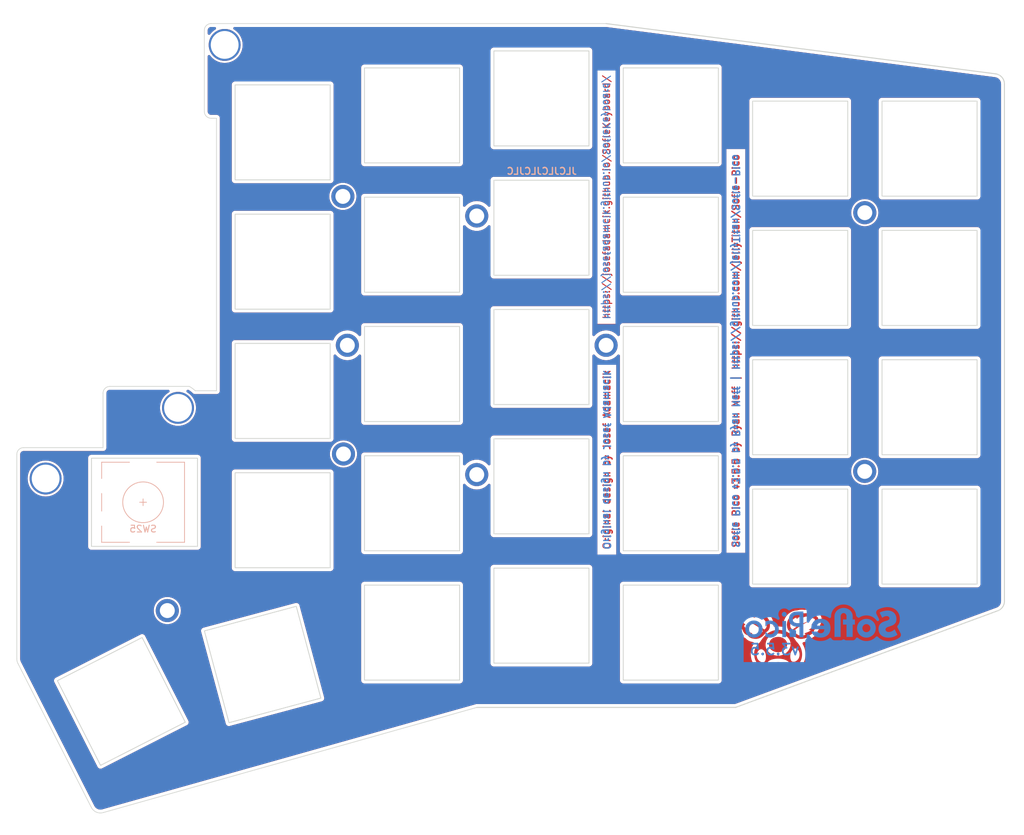
<source format=kicad_pcb>
(kicad_pcb (version 20221018) (generator pcbnew)
  (title_block (date "2024-02-11") (rev "3.5.5"))
  (layers (0 "F.Cu" signal) (31 "B.Cu" signal) (34 "B.Paste" user) (35 "F.Paste" user) (36 "B.SilkS" user "B.Silkscreen") (37 "F.SilkS" user "F.Silkscreen") (38 "B.Mask" user) (39 "F.Mask" user) (44 "Edge.Cuts" user))
  (net 0 "")
  (footprint "Sofle_Pico:keyplate_hole_M2_standoff_passthrough" (layer "F.Cu") (at 103.135 97.115)
    (fp_text reference "TH2")
    (fp_text value "HOLE" hide)
    (pad "" thru_hole circle (at 0 0 90) (size 4.7 4.7) (drill 4.1) (layers "*.Cu" "*.Mask" "Dwgs.User") (clearance 0.3))
  )
  (footprint "Sofle_Pico:keyplate_hole_M2_standoff_passthrough" (layer "F.Cu") (at 83.644033 107.525)
    (fp_text reference "TH1")
    (fp_text value "HOLE" hide)
    (pad "" thru_hole circle (at 0 0 90) (size 4.7 4.7) (drill 4.1) (layers "*.Cu" "*.Mask" "Dwgs.User") (clearance 0.3))
  )
  (footprint "Sofle_Pico:keyplate_hole_M2_terminate" (layer "F.Cu") (at 101.585 127.055)
    (fp_text reference "TH8" hide)
    (fp_text value "HOLE" hide)
    (pad "" thru_hole circle (at -0.025 -0.075 90) (size 3.4 3.4) (drill 2.2) (layers "*.Cu" "*.Mask" "Dwgs.User") (clearance 0.3))
  )
  (footprint "Sofle_Pico:keyplate_hole_EC11_v3.5.5" (layer "F.Cu") (at 97.995 111.025 180)
    (fp_text reference "SW25" hide)
    (fp_text value "Rotary_Encoder_Switch-Device")
    (fp_text user "${REFERENCE}" (at 0 -3.92 180) (layer "B.SilkS") (effects (justify mirror)))
    (fp_rect (start -8 -6.5) (end 7.6 6.5) (stroke (width 0.12)) (fill none) (layer "Edge.Cuts"))
  )
  (footprint "Sofle_Pico:keyplate_hole_M2_terminate" (layer "F.Cu") (at 127.435 66.035)
    (fp_text reference "TH3" hide)
    (fp_text value "HOLE" hide)
    (pad "" thru_hole circle (at -0.025 -0.075 90) (size 3.4 3.4) (drill 2.2) (layers "*.Cu" "*.Mask" "Dwgs.User") (clearance 0.3))
  )
  (footprint "Sofle_Pico:keyplate_hole_M2_terminate" (layer "F.Cu") (at 204.27 106.55)
    (fp_text reference "TH6" hide)
    (fp_text value "HOLE" hide)
    (pad "" thru_hole circle (at -0.025 -0.075 90) (size 3.4 3.4) (drill 2.2) (layers "*.Cu" "*.Mask" "Dwgs.User") (clearance 0.3))
  )
  (footprint "Sofle_Pico:keyplate_hole_M2_terminate" (layer "F.Cu") (at 127.525 103.985)
    (fp_text reference "TH5" hide)
    (fp_text value "HOLE" hide)
    (pad "" thru_hole circle (at -0.025 -0.075 90) (size 3.4 3.4) (drill 2.2) (layers "*.Cu" "*.Mask" "Dwgs.User") (clearance 0.3))
  )
  (footprint "Sofle_Pico:keyplate_hole_M2_terminate" (layer "F.Cu") (at 204.285 68.435)
    (fp_text reference "TH4" hide)
    (fp_text value "HOLE" hide)
    (pad "" thru_hole circle (at -0.025 -0.075 90) (size 3.4 3.4) (drill 2.2) (layers "*.Cu" "*.Mask" "Dwgs.User") (clearance 0.3))
  )
  (footprint "Sofle_Pico:keyplate_Tenting_Puck_v3.5.5" (layer "F.Cu") (at 147.12 87.895)
    (fp_text reference "REF**")
    (fp_text value "Tenting Puck")
    (pad "1" thru_hole circle (at -19.05 0) (size 3.4 3.4) (drill 2.2) (layers "*.Cu" "*.Mask") (clearance 0.5))
    (pad "1" thru_hole circle (at 0 -19.05) (size 3.4 3.4) (drill 2.2) (layers "*.Cu" "*.Mask") (clearance 0.5))
    (pad "1" thru_hole circle (at 0 19.05) (size 3.4 3.4) (drill 2.2) (layers "*.Cu" "*.Mask") (clearance 0.5))
    (pad "1" thru_hole circle (at 19.05 0) (size 3.4 3.4) (drill 2.2) (layers "*.Cu" "*.Mask") (clearance 0.5))
  )
  (footprint "Sofle_Pico:keyplate_hole_M2_standoff_passthrough" (layer "F.Cu") (at 110.005 43.642432)
    (fp_text reference "TH7")
    (fp_text value "HOLE" hide)
    (pad "" thru_hole circle (at 0 0 90) (size 4.7 4.7) (drill 4.1) (layers "*.Cu" "*.Mask" "Dwgs.User") (clearance 0.3))
  )
  (footprint "Sofle_Pico:Sofle Pico Logo copper" (layer "F.Cu") (at 191.545 131.885)
    (fp_text reference "REF**" hide)
    (fp_text value "Sofle Pico Logo copper" hide)
    (fp_poly (pts (xy -3.387048 -4.521368) (xy -3.347278 -4.519777) (xy -3.307413 -4.517242) (xy -3.267498 -4.513748) (xy -3.227583 -4.509279) (xy -3.187713 -4.50382) (xy -3.147937 -4.497354) (xy -3.108302 -4.489867) (xy -3.068854 -4.481341) (xy -3.029641 -4.471762) (xy -2.990711 -4.461114) (xy -2.952111 -4.449381) (xy -2.913887 -4.436547) (xy -2.876088 -4.422597) (xy -2.83876 -4.407514) (xy -2.757808 -4.410971) (xy -2.67615 -4.408638) (xy -2.594075 -4.400644) (xy -2.511873 -4.387116) (xy -2.429834 -4.368184) (xy -2.34825 -4.343976) (xy -2.267409 -4.314621) (xy -2.187602 -4.280247) (xy -2.109119 -4.240983) (xy -2.032251 -4.196958) (xy -1.957287 -4.1483) (xy -1.884517 -4.095137) (xy -1.814233 -4.037599) (xy -1.746723 -3.975813) (xy -1.682279 -3.909909) (xy -1.62119 -3.840015) (xy -1.563746 -3.766259) (xy -1.510238 -3.688771) (xy -1.460955 -3.607679) (xy -1.416189 -3.523111) (xy -1.376228 -3.435196) (xy -1.341364 -3.344062) (xy -1.311886 -3.249839) (xy -1.288085 -3.152654) (xy -1.27025 -3.052636) (xy -1.258672 -2.949915) (xy -1.253642 -2.844618) (xy -1.255448 -2.736874) (xy -1.264382 -2.626812) (xy -1.280733 -2.51456) (xy -1.304792 -2.400246) (xy -1.336849 -2.284) (xy -1.354922 -2.238251) (xy -1.375187 -2.193539) (xy -1.397558 -2.149913) (xy -1.421952 -2.107423) (xy -1.448285 -2.066117) (xy -1.476471 -2.026045) (xy -1.506428 -1.987255) (xy -1.538071 -1.949797) (xy -1.571315 -1.913719) (xy -1.606076 -1.87907) (xy -1.64227 -1.845899) (xy -1.679814 -1.814256) (xy -1.718622 -1.784188) (xy -1.758611 -1.755746) (xy -1.799696 -1.728978) (xy -1.841792 -1.703933) (xy -1.890629 -1.629738) (xy -1.940463 -1.558343) (xy -1.991546 -1.489673) (xy -2.044134 -1.423655) (xy -2.098481 -1.360215) (xy -2.154841 -1.299278) (xy -2.213468 -1.24077) (xy -2.274617 -1.184617) (xy -2.33854 -1.130745) (xy -2.405494 -1.07908) (xy -2.475732 -1.029548) (xy -2.549507 -0.982075) (xy -2.627075 -0.936586) (xy -2.70869 -0.893008) (xy -2.794605 -0.851266) (xy -2.885075 -0.811287) (xy -2.962891 -0.79064) (xy -3.052791 -0.774146) (xy -3.152802 -0.76228) (xy -3.260953 -0.755513) (xy -3.375271 -0.754319) (xy -3.493787 -0.759172) (xy -3.614526 -0.770543) (xy -3.735518 -0.788905) (xy -3.854791 -0.814733) (xy -3.970373 -0.848498) (xy -4.026164 -0.868506) (xy -4.080292 -0.890675) (xy -4.132512 -0.915064) (xy -4.182577 -0.941734) (xy -4.23024 -0.970744) (xy -4.275255 -1.002151) (xy -4.317376 -1.036016) (xy -4.356355 -1.072397) (xy -4.391947 -1.111355) (xy -4.423905 -1.152946) (xy -4.451983 -1.197232) (xy -4.475934 -1.244271) (xy -4.551064 -1.272576) (xy -4.597217 -1.29149) (xy -4.64789 -1.314283) (xy -4.702179 -1.341483) (xy -4.75918 -1.373621) (xy -4.817989 -1.411223) (xy -4.877703 -1.45482) (xy -4.937417 -1.504941) (xy -4.996228 -1.562113) (xy -5.025012 -1.593509) (xy -5.053231 -1.626866) (xy -5.080773 -1.66225) (xy -5.107523 -1.699728) (xy -5.13337 -1.739366) (xy -5.1582 -1.781229) (xy -5.181901 -1.825384) (xy -5.204359 -1.871897) (xy -5.225461 -1.920834) (xy -5.245094 -1.972261) (xy -5.263145 -2.026244) (xy -5.279502 -2.08285) (xy -5.316471 -2.118302) (xy -5.351215 -2.156768) (xy -5.383704 -2.197939) (xy -5.413908 -2.241502) (xy -5.441797 -2.287148) (xy -5.467341 -2.334567) (xy -5.490511 -2.383447) (xy -5.511276 -2.433479) (xy -5.529606 -2.484351) (xy -5.545472 -2.535753) (xy -5.558843 -2.587375) (xy -5.56969 -2.638905) (xy -5.577983 -2.690034) (xy -5.583691 -2.740452) (xy -5.586785 -2.789846) (xy -5.587235 -2.837907) (xy -5.607182 -2.865858) (xy -5.62606 -2.895127) (xy -5.643915 -2.925578) (xy -5.660792 -2.957075) (xy -5.676736 -2.989482) (xy -5.691792 -3.022661) (xy -5.706006 -3.056476) (xy -5.719423 -3.090792) (xy -5.744047 -3.160377) (xy -5.766027 -3.230325) (xy -5.785724 -3.299545) (xy -5.803501 -3.366945) (xy -5.811963 -3.405845) (xy -5.819853 -3.444962) (xy -5.826919 -3.484269) (xy -5.832907 -3.523744) (xy -5.837566 -3.56336) (xy -5.839317 -3.583214) (xy -5.840641 -3.603095) (xy -5.841506 -3.622998) (xy -5.841756 -3.636308) (xy -5.377817 -3.636308) (xy -5.37248 -3.574614) (xy -5.362912 -3.515713) (xy -5.349511 -3.459545) (xy -5.332675 -3.40605) (xy -5.312803 -3.355168) (xy -5.290293 -3.306839) (xy -5.265545 -3.261002) (xy -5.238955 -3.217599) (xy -5.210924 -3.176568) (xy -5.18185 -3.13785) (xy -5.122164 -3.067112) (xy -5.063087 -3.004904) (xy -5.007806 -2.950747) (xy -4.95951 -2.90416) (xy -4.921386 -2.864663) (xy -4.907136 -2.847423) (xy -4.896624 -2.831775) (xy -4.890249 -2.81766) (xy -4.888411 -2.805017) (xy -4.891506 -2.793786) (xy -4.899935 -2.783907) (xy -4.914094 -2.775321) (xy -4.934384 -2.767966) (xy -4.961202 -2.761784) (xy -4.994947 -2.756714) (xy -5.084811 -2.74967) (xy -5.076591 -2.695649) (xy -5.063411 -2.644223) (xy -5.045759 -2.595337) (xy -5.024116 -2.548939) (xy -4.99897 -2.504976) (xy -4.970804 -2.463395) (xy -4.940102 -2.424143) (xy -4.907349 -2.387166) (xy -4.873031 -2.352412) (xy -4.837631 -2.319828) (xy -4.765526 -2.260958) (xy -4.69491 -2.210131) (xy -4.629661 -2.166923) (xy -4.53077 -2.101669) (xy -4.515459 -2.089455) (xy -4.504882 -2.078775) (xy -4.499524 -2.069575) (xy -4.499869 -2.061804) (xy -4.506402 -2.055407) (xy -4.519607 -2.050332) (xy -4.539969 -2.046526) (xy -4.567973 -2.043936) (xy -4.648844 -2.042192) (xy -4.766097 -2.044674) (xy -4.746229 -2.006548) (xy -4.721006 -1.970597) (xy -4.690952 -1.936718) (xy -4.656588 -1.904809) (xy -4.618437 -1.874766) (xy -4.577021 -1.846486) (xy -4.532863 -1.819868) (xy -4.486485 -1.794807) (xy -4.38916 -1.748949) (xy -4.289223 -1.70809) (xy -4.098234 -1.638078) (xy -4.015541 -1.60728) (xy -3.946953 -1.578191) (xy -3.919255 -1.564031) (xy -3.89665 -1.549989) (xy -3.879662 -1.535963) (xy -3.868812 -1.52185) (xy -3.864623 -1.507548) (xy -3.867618 -1.492953) (xy -3.878318 -1.477963) (xy -3.897246 -1.462475) (xy -3.924925 -1.446386) (xy -3.961876 -1.429594) (xy -4.008623 -1.411995) (xy -4.065688 -1.393487) (xy -3.978312 -1.347735) (xy -3.884367 -1.305502) (xy -3.784545 -1.26824) (xy -3.679543 -1.237401) (xy -3.570057 -1.214438) (xy -3.456781 -1.200804) (xy -3.398939 -1.197939) (xy -3.34041 -1.197952) (xy -3.281282 -1.201022) (xy -3.221641 -1.207333) (xy -3.161575 -1.217066) (xy -3.101169 -1.230402) (xy -3.040511 -1.247523) (xy -2.979688 -1.26861) (xy -2.918787 -1.293845) (xy -2.857895 -1.32341) (xy -2.797098 -1.357486) (xy -2.736484 -1.396255) (xy -2.67614 -1.439899) (xy -2.616152 -1.488598) (xy -2.556607 -1.542535) (xy -2.497592 -1.601891) (xy -2.439195 -1.666848) (xy -2.381502 -1.737587) (xy -2.324599 -1.81429) (xy -2.268575 -1.897138) (xy -2.336873 -1.969568) (xy -2.412153 -2.043549) (xy -2.494663 -2.119147) (xy -2.584651 -2.196429) (xy -2.682365 -2.27546) (xy -2.788055 -2.356307) (xy -3.024355 -2.523714) (xy -3.29554 -2.69918) (xy -3.603597 -2.883233) (xy -3.950514 -3.076405) (xy -4.338281 -3.279224) (xy -4.180226 -3.225083) (xy -4.024199 -3.168644) (xy -3.870266 -3.109832) (xy -3.718492 -3.048575) (xy -3.568945 -2.9848) (xy -3.421691 -2.918433) (xy -3.276795 -2.849403) (xy -3.134325 -2.777637) (xy -2.994347 -2.70306) (xy -2.856926 -2.625601) (xy -2.72213 -2.545185) (xy -2.590025 -2.461742) (xy -2.460677 -2.375196) (xy -2.334153 -2.285476) (xy -2.210518 -2.192509) (xy -2.089839 -2.096221) (xy -2.025031 -2.13412) (xy -1.966862 -2.176469) (xy -1.915202 -2.222943) (xy -1.86992 -2.273213) (xy -1.830884 -2.326952) (xy -1.797962 -2.383835) (xy -1.771023 -2.443533) (xy -1.749936 -2.505719) (xy -1.734569 -2.570068) (xy -1.724791 -2.63625) (xy -1.720471 -2.703941) (xy -1.721476 -2.772811) (xy -1.727676 -2.842536) (xy -1.738939 -2.912786) (xy -1.755133 -2.983236) (xy -1.776128 -3.053559) (xy -1.801792 -3.123426) (xy -1.831993 -3.192512) (xy -1.8666 -3.26049) (xy -1.905482 -3.327031) (xy -1.948506 -3.39181) (xy -1.995543 -3.454498) (xy -2.046459 -3.51477) (xy -2.101125 -3.572298) (xy -2.159407 -3.626755) (xy -2.221176 -3.677814) (xy -2.2863 -3.725148) (xy -2.354646 -3.76843) (xy -2.426084 -3.807333) (xy -2.500482 -3.84153) (xy -2.57771 -3.870693) (xy -2.657634 -3.894496) (xy -2.653602 -3.850806) (xy -2.652243 -3.813984) (xy -2.653469 -3.783668) (xy -2.65719 -3.759494) (xy -2.663318 -3.741099) (xy -2.671765 -3.728121) (xy -2.68244 -3.720196) (xy -2.695256 -3.716961) (xy -2.710123 -3.718053) (xy -2.726952 -3.723108) (xy -2.745656 -3.731764) (xy -2.766144 -3.743658) (xy -2.812119 -3.775704) (xy -2.864166 -3.816343) (xy -2.983636 -3.911778) (xy -3.049636 -3.960763) (xy -3.118865 -4.006721) (xy -3.154469 -4.027656) (xy -3.190613 -4.046745) (xy -3.227209 -4.063625) (xy -3.264167 -4.077932) (xy -3.3014 -4.089303) (xy -3.338818 -4.097376) (xy -3.376332 -4.101786) (xy -3.413854 -4.102171) (xy -3.423852 -4.101546) (xy -3.433846 -4.1006) (xy -3.443832 -4.099325) (xy -3.45381 -4.097718) (xy -3.463774 -4.09577) (xy -3.473724 -4.093477) (xy -3.483655 -4.090833) (xy -3.493565 -4.087831) (xy -3.458978 -4.003335) (xy -3.448762 -3.970188) (xy -3.44303 -3.942637) (xy -3.441603 -3.920326) (xy -3.444306 -3.902901) (xy -3.45096 -3.890007) (xy -3.46139 -3.881291) (xy -3.475418 -3.876397) (xy -3.492868 -3.874972) (xy -3.513562 -3.876659) (xy -3.537324 -3.881106) (xy -3.593342 -3.89686) (xy -3.659507 -3.919396) (xy -3.816616 -3.97347) (xy -3.90473 -3.999338) (xy -3.997329 -4.020643) (xy -4.044869 -4.0287) (xy -4.092999 -4.034552) (xy -4.141542 -4.037846) (xy -4.190323 -4.038227) (xy -4.239163 -4.035341) (xy -4.287886 -4.028833) (xy -4.336315 -4.018349) (xy -4.384273 -4.003534) (xy -4.321742 -3.93189) (xy -4.284102 -3.880529) (xy -4.274062 -3.861531) (xy -4.26958 -3.846495) (xy -4.270434 -3.835053) (xy -4.276402 -3.826835) (xy -4.287264 -3.82147) (xy -4.302797 -3.818591) (xy -4.346991 -3.818811) (xy -4.481683 -3.832816) (xy -4.568635 -3.840691) (xy -4.666295 -3.845209) (xy -4.772889 -3.843414) (xy -4.886644 -3.83235) (xy -4.945653 -3.822419) (xy -5.005787 -3.809062) (xy -5.066825 -3.791911) (xy -5.128546 -3.770596) (xy -5.190727 -3.744748) (xy -5.253147 -3.713997) (xy -5.315584 -3.677973) (xy -5.377817 -3.636308) (xy -5.841756 -3.636308) (xy -5.841881 -3.642922) (xy -5.841733 -3.662862) (xy -5.841031 -3.682817) (xy -5.839908 -3.703121) (xy -5.837717 -3.72331) (xy -5.834477 -3.743339) (xy -5.830208 -3.76316) (xy -5.82493 -3.782725) (xy -5.818661 -3.801988) (xy -5.811423 -3.820901) (xy -5.803233 -3.839418) (xy -5.794113 -3.857491) (xy -5.78408 -3.875073) (xy -5.773156 -3.892117) (xy -5.761358 -3.908576) (xy -5.748708 -3.924403) (xy -5.735224 -3.93955) (xy -5.720926 -3.953971) (xy -5.705833 -3.967619) (xy -5.662607 -4.001239) (xy -5.618152 -4.033146) (xy -5.572539 -4.063333) (xy -5.52584 -4.091795) (xy -5.478125 -4.118524) (xy -5.429467 -4.143515) (xy -5.379936 -4.166761) (xy -5.329604 -4.188255) (xy -5.278542 -4.207992) (xy -5.226821 -4.225966) (xy -5.174513 -4.242169) (xy -5.121689 -4.256595) (xy -5.06842 -4.269239) (xy -5.014777 -4.280093) (xy -4.960833 -4.289153) (xy -4.906657 -4.29641) (xy -4.885024 -4.310254) (xy -4.862945 -4.322861) (xy -4.840438 -4.334368) (xy -4.817523 -4.344913) (xy -4.794219 -4.354635) (xy -4.770547 -4.363671) (xy -4.722175 -4.380241) (xy -4.621868 -4.411231) (xy -4.570247 -4.427862) (xy -4.544138 -4.436945) (xy -4.517856 -4.446724) (xy -4.479296 -4.458176) (xy -4.43896 -4.468457) (xy -4.397096 -4.477541) (xy -4.353949 -4.485405) (xy -4.309765 -4.492027) (xy -4.26479 -4.497382) (xy -4.219272 -4.501447) (xy -4.173454 -4.504199) (xy -4.127585 -4.505614) (xy -4.08191 -4.505669) (xy -4.036675 -4.50434) (xy -3.992126 -4.501603) (xy -3.948509 -4.497436) (xy -3.906071 -4.491814) (xy -3.865058 -4.484715) (xy -3.825715 -4.476115) (xy -3.783392 -4.485861) (xy -3.740155 -4.494508) (xy -3.696085 -4.502029) (xy -3.651265 -4.508397) (xy -3.605776 -4.513583) (xy -3.5597 -4.517562) (xy -3.513118 -4.520304) (xy -3.466112 -4.521784) (xy -3.426675 -4.522032)) (stroke (width 0.022619)) (fill solid) (layer "F.Cu"))
    (fp_poly (pts (xy 3.466113 -4.521784) (xy 3.513119 -4.520304) (xy 3.559701 -4.517562) (xy 3.605778 -4.513583) (xy 3.651267 -4.508397) (xy 3.696087 -4.502029) (xy 3.740156 -4.494508) (xy 3.783393 -4.485861) (xy 3.825716 -4.476115) (xy 3.865059 -4.484715) (xy 3.906072 -4.491814) (xy 3.94851 -4.497436) (xy 3.992127 -4.501603) (xy 4.036676 -4.50434) (xy 4.081911 -4.505669) (xy 4.127586 -4.505614) (xy 4.173456 -4.504199) (xy 4.219273 -4.501447) (xy 4.264792 -4.497382) (xy 4.309766 -4.492027) (xy 4.35395 -4.485405) (xy 4.397097 -4.477541) (xy 4.438962 -4.468457) (xy 4.479297 -4.458176) (xy 4.517858 -4.446724) (xy 4.544139 -4.436945) (xy 4.570248 -4.427862) (xy 4.621869 -4.411231) (xy 4.722176 -4.380241) (xy 4.770548 -4.363671) (xy 4.79422 -4.354635) (xy 4.817524 -4.344913) (xy 4.840439 -4.334368) (xy 4.862946 -4.322861) (xy 4.885026 -4.310254) (xy 4.906658 -4.29641) (xy 4.960834 -4.289153) (xy 5.014779 -4.280093) (xy 5.068421 -4.269239) (xy 5.12169 -4.256595) (xy 5.174514 -4.242169) (xy 5.226822 -4.225966) (xy 5.278543 -4.207992) (xy 5.329605 -4.188255) (xy 5.379937 -4.166761) (xy 5.429468 -4.143515) (xy 5.478126 -4.118524) (xy 5.525841 -4.091795) (xy 5.57254 -4.063333) (xy 5.618153 -4.033146) (xy 5.662608 -4.001239) (xy 5.705834 -3.967619) (xy 5.720926 -3.953971) (xy 5.735225 -3.93955) (xy 5.748709 -3.924403) (xy 5.761359 -3.908576) (xy 5.773157 -3.892117) (xy 5.784081 -3.875073) (xy 5.794114 -3.857491) (xy 5.803234 -3.839418) (xy 5.811424 -3.820901) (xy 5.818662 -3.801988) (xy 5.824931 -3.782725) (xy 5.830209 -3.76316) (xy 5.834478 -3.743339) (xy 5.837718 -3.72331) (xy 5.839909 -3.703121) (xy 5.841032 -3.682817) (xy 5.841734 -3.662862) (xy 5.841882 -3.642922) (xy 5.841507 -3.622998) (xy 5.840642 -3.603095) (xy 5.839318 -3.583214) (xy 5.837567 -3.56336) (xy 5.832908 -3.523744) (xy 5.82692 -3.484269) (xy 5.819854 -3.444962) (xy 5.811964 -3.405845) (xy 5.803502 -3.366945) (xy 5.785725 -3.299545) (xy 5.766028 -3.230325) (xy 5.744048 -3.160377) (xy 5.719424 -3.090792) (xy 5.706007 -3.056476) (xy 5.691793 -3.022661) (xy 5.676737 -2.989482) (xy 5.660793 -2.957075) (xy 5.643916 -2.925578) (xy 5.626062 -2.895127) (xy 5.607183 -2.865858) (xy 5.587237 -2.837907) (xy 5.586787 -2.789846) (xy 5.583692 -2.740452) (xy 5.577984 -2.690034) (xy 5.569691 -2.638905) (xy 5.558845 -2.587375) (xy 5.545473 -2.535753) (xy 5.529607 -2.484351) (xy 5.511277 -2.433479) (xy 5.490512 -2.383447) (xy 5.467342 -2.334567) (xy 5.441798 -2.287148) (xy 5.413909 -2.241502) (xy 5.383705 -2.197939) (xy 5.351216 -2.156768) (xy 5.316472 -2.118302) (xy 5.279503 -2.08285) (xy 5.263146 -2.026244) (xy 5.245095 -1.972261) (xy 5.225461 -1.920834) (xy 5.204359 -1.871897) (xy 5.181902 -1.825384) (xy 5.158201 -1.781229) (xy 5.133371 -1.739366) (xy 5.107524 -1.699728) (xy 5.080774 -1.66225) (xy 5.053232 -1.626866) (xy 5.025013 -1.593509) (xy 4.996229 -1.562113) (xy 4.937418 -1.504941) (xy 4.877704 -1.45482) (xy 4.81799 -1.411223) (xy 4.759181 -1.373621) (xy 4.70218 -1.341483) (xy 4.647891 -1.314283) (xy 4.597219 -1.29149) (xy 4.551066 -1.272576) (xy 4.475935 -1.244271) (xy 4.451984 -1.197232) (xy 4.423907 -1.152946) (xy 4.391948 -1.111355) (xy 4.356356 -1.072398) (xy 4.317377 -1.036016) (xy 4.275256 -1.002151) (xy 4.230241 -0.970744) (xy 4.182578 -0.941735) (xy 4.132513 -0.915065) (xy 4.080293 -0.890675) (xy 4.026165 -0.868506) (xy 3.970374 -0.848499) (xy 3.854792 -0.814733) (xy 3.735519 -0.788905) (xy 3.614527 -0.770543) (xy 3.493788 -0.759172) (xy 3.375273 -0.754319) (xy 3.260954 -0.755513) (xy 3.152803 -0.76228) (xy 3.052792 -0.774146) (xy 2.962892 -0.79064) (xy 2.885076 -0.811287) (xy 2.794606 -0.851266) (xy 2.708691 -0.893008) (xy 2.627076 -0.936586) (xy 2.549508 -0.982075) (xy 2.475733 -1.029548) (xy 2.405495 -1.07908) (xy 2.338541 -1.130745) (xy 2.274617 -1.184617) (xy 2.213469 -1.24077) (xy 2.154842 -1.299278) (xy 2.098482 -1.360215) (xy 2.044135 -1.423655) (xy 1.991547 -1.489673) (xy 1.940463 -1.558343) (xy 1.89063 -1.629738) (xy 1.841793 -1.703933) (xy 1.799696 -1.728978) (xy 1.758611 -1.755746) (xy 1.718623 -1.784188) (xy 1.679815 -1.814256) (xy 1.642271 -1.845899) (xy 1.606077 -1.87907) (xy 1.571315 -1.913719) (xy 1.538071 -1.949797) (xy 1.506429 -1.987255) (xy 1.476472 -2.026045) (xy 1.448286 -2.066117) (xy 1.421953 -2.107423) (xy 1.397559 -2.149913) (xy 1.375188 -2.193539) (xy 1.354923 -2.238251) (xy 1.33685 -2.284) (xy 1.304793 -2.400246) (xy 1.280734 -2.51456) (xy 1.264383 -2.626812) (xy 1.258122 -2.703941) (xy 1.720471 -2.703941) (xy 1.724791 -2.63625) (xy 1.734569 -2.570068) (xy 1.749936 -2.505719) (xy 1.771023 -2.443533) (xy 1.797962 -2.383835) (xy 1.830884 -2.326952) (xy 1.86992 -2.273213) (xy 1.915203 -2.222943) (xy 1.966862 -2.176469) (xy 2.025031 -2.13412) (xy 2.08984 -2.096221) (xy 2.210518 -2.192509) (xy 2.334153 -2.285476) (xy 2.460677 -2.375196) (xy 2.590025 -2.461742) (xy 2.72213 -2.545185) (xy 2.856926 -2.625601) (xy 2.994346 -2.70306) (xy 3.134325 -2.777637) (xy 3.276795 -2.849403) (xy 3.42169 -2.918433) (xy 3.568945 -2.9848) (xy 3.718492 -3.048575) (xy 3.870266 -3.109832) (xy 4.024199 -3.168644) (xy 4.180226 -3.225083) (xy 4.338281 -3.279224) (xy 3.950514 -3.076405) (xy 3.603597 -2.883233) (xy 3.29554 -2.69918) (xy 3.024356 -2.523714) (xy 2.788055 -2.356307) (xy 2.682365 -2.27546) (xy 2.584651 -2.196429) (xy 2.494663 -2.119147) (xy 2.412153 -2.043549) (xy 2.336873 -1.969568) (xy 2.268575 -1.897138) (xy 2.324599 -1.81429) (xy 2.381502 -1.737587) (xy 2.439195 -1.666848) (xy 2.497592 -1.601891) (xy 2.556607 -1.542535) (xy 2.616152 -1.488598) (xy 2.67614 -1.439899) (xy 2.736485 -1.396255) (xy 2.797099 -1.357486) (xy 2.857895 -1.32341) (xy 2.918788 -1.293845) (xy 2.979689 -1.26861) (xy 3.040512 -1.247523) (xy 3.101169 -1.230402) (xy 3.161575 -1.217066) (xy 3.221642 -1.207333) (xy 3.281283 -1.201022) (xy 3.340411 -1.197952) (xy 3.398939 -1.197939) (xy 3.456781 -1.200804) (xy 3.570057 -1.214438) (xy 3.679544 -1.237401) (xy 3.784545 -1.26824) (xy 3.884367 -1.305502) (xy 3.978312 -1.347735) (xy 4.065687 -1.393487) (xy 4.008623 -1.411995) (xy 3.961876 -1.429594) (xy 3.924924 -1.446386) (xy 3.897246 -1.462475) (xy 3.878317 -1.477963) (xy 3.867617 -1.492953) (xy 3.864623 -1.507548) (xy 3.868812 -1.52185) (xy 3.879662 -1.535963) (xy 3.89665 -1.549989) (xy 3.919254 -1.564031) (xy 3.946952 -1.578191) (xy 4.01554 -1.60728) (xy 4.098234 -1.638078) (xy 4.289223 -1.70809) (xy 4.389159 -1.748949) (xy 4.486485 -1.794807) (xy 4.532863 -1.819868) (xy 4.577021 -1.846486) (xy 4.618437 -1.874766) (xy 4.656588 -1.904809) (xy 4.690952 -1.936718) (xy 4.721006 -1.970597) (xy 4.746229 -2.006548) (xy 4.766097 -2.044674) (xy 4.648844 -2.042192) (xy 4.567973 -2.043936) (xy 4.539969 -2.046526) (xy 4.519607 -2.050332) (xy 4.506402 -2.055407) (xy 4.499869 -2.061804) (xy 4.499524 -2.069575) (xy 4.504882 -2.078775) (xy 4.515459 -2.089455) (xy 4.53077 -2.101669) (xy 4.629661 -2.166923) (xy 4.69491 -2.210131) (xy 4.765526 -2.260958) (xy 4.837631 -2.319828) (xy 4.873031 -2.352412) (xy 4.90735 -2.387166) (xy 4.940102 -2.424143) (xy 4.970804 -2.463395) (xy 4.99897 -2.504976) (xy 5.024117 -2.548939) (xy 5.045759 -2.595337) (xy 5.063411 -2.644223) (xy 5.076591 -2.695649) (xy 5.084811 -2.74967) (xy 4.994947 -2.756714) (xy 4.961202 -2.761784) (xy 4.934384 -2.767966) (xy 4.914094 -2.775321) (xy 4.899934 -2.783907) (xy 4.891506 -2.793786) (xy 4.88841 -2.805017) (xy 4.890249 -2.81766) (xy 4.896624 -2.831775) (xy 4.907136 -2.847423) (xy 4.921386 -2.864663) (xy 4.95951 -2.90416) (xy 5.007806 -2.950747) (xy 5.063087 -3.004904) (xy 5.122164 -3.067112) (xy 5.18185 -3.13785) (xy 5.210924 -3.176568) (xy 5.238956 -3.217599) (xy 5.265545 -3.261002) (xy 5.290293 -3.306839) (xy 5.312803 -3.355168) (xy 5.332675 -3.40605) (xy 5.349511 -3.459545) (xy 5.362912 -3.515713) (xy 5.372481 -3.574614) (xy 5.377817 -3.636308) (xy 5.315584 -3.677973) (xy 5.253147 -3.713997) (xy 5.190727 -3.744748) (xy 5.128546 -3.770596) (xy 5.066826 -3.791911) (xy 5.005788 -3.809062) (xy 4.945653 -3.822419) (xy 4.886644 -3.83235) (xy 4.772889 -3.843414) (xy 4.666295 -3.845209) (xy 4.568636 -3.840691) (xy 4.481683 -3.832816) (xy 4.346991 -3.818811) (xy 4.302797 -3.818591) (xy 4.287264 -3.82147) (xy 4.276403 -3.826835) (xy 4.270434 -3.835053) (xy 4.26958 -3.846495) (xy 4.274062 -3.861531) (xy 4.284102 -3.880529) (xy 4.321742 -3.93189) (xy 4.384273 -4.003534) (xy 4.336315 -4.018349) (xy 4.287886 -4.028833) (xy 4.239163 -4.035341) (xy 4.190323 -4.038227) (xy 4.141542 -4.037846) (xy 4.092999 -4.034552) (xy 4.044869 -4.0287) (xy 3.997329 -4.020643) (xy 3.90473 -3.999338) (xy 3.816617 -3.97347) (xy 3.659507 -3.919396) (xy 3.593342 -3.89686) (xy 3.537324 -3.881106) (xy 3.513562 -3.876659) (xy 3.492868 -3.874972) (xy 3.475419 -3.876397) (xy 3.46139 -3.881291) (xy 3.45096 -3.890007) (xy 3.444306 -3.902901) (xy 3.441603 -3.920326) (xy 3.44303 -3.942637) (xy 3.448762 -3.970188) (xy 3.458977 -4.003335) (xy 3.493565 -4.087831) (xy 3.483655 -4.090833) (xy 3.473724 -4.093477) (xy 3.463774 -4.09577) (xy 3.45381 -4.097718) (xy 3.443832 -4.099325) (xy 3.433846 -4.1006) (xy 3.423852 -4.101546) (xy 3.413854 -4.102171) (xy 3.376332 -4.101786) (xy 3.338818 -4.097376) (xy 3.3014 -4.089303) (xy 3.264167 -4.077932) (xy 3.227209 -4.063625) (xy 3.190613 -4.046745) (xy 3.154469 -4.027656) (xy 3.118866 -4.006721) (xy 3.049636 -3.960763) (xy 2.983636 -3.911778) (xy 2.864167 -3.816343) (xy 2.812119 -3.775704) (xy 2.766144 -3.743658) (xy 2.745656 -3.731764) (xy 2.726953 -3.723108) (xy 2.710123 -3.718053) (xy 2.695256 -3.716961) (xy 2.68244 -3.720196) (xy 2.671765 -3.728121) (xy 2.663319 -3.741099) (xy 2.65719 -3.759494) (xy 2.653469 -3.783668) (xy 2.652243 -3.813984) (xy 2.653602 -3.850806) (xy 2.657634 -3.894496) (xy 2.577709 -3.870693) (xy 2.500482 -3.84153) (xy 2.426084 -3.807333) (xy 2.354646 -3.76843) (xy 2.286299 -3.725148) (xy 2.221176 -3.677814) (xy 2.159407 -3.626755) (xy 2.101124 -3.572298) (xy 2.046459 -3.51477) (xy 1.995542 -3.454498) (xy 1.948506 -3.39181) (xy 1.905481 -3.327031) (xy 1.8666 -3.26049) (xy 1.831993 -3.192512) (xy 1.801792 -3.123426) (xy 1.776128 -3.053559) (xy 1.755133 -2.983236) (xy 1.738939 -2.912786) (xy 1.727676 -2.842536) (xy 1.721476 -2.772811) (xy 1.720471 -2.703941) (xy 1.258122 -2.703941) (xy 1.255449 -2.736874) (xy 1.253642 -2.844618) (xy 1.258673 -2.949915) (xy 1.270251 -3.052636) (xy 1.288086 -3.152654) (xy 1.311887 -3.249839) (xy 1.341365 -3.344062) (xy 1.376229 -3.435196) (xy 1.416189 -3.523111) (xy 1.460956 -3.607679) (xy 1.510238 -3.688771) (xy 1.563747 -3.766259) (xy 1.62119 -3.840015) (xy 1.68228 -3.909909) (xy 1.746724 -3.975813) (xy 1.814234 -4.037598) (xy 1.884518 -4.095137) (xy 1.957288 -4.1483) (xy 2.032252 -4.196958) (xy 2.10912 -4.240983) (xy 2.187603 -4.280247) (xy 2.26741 -4.314621) (xy 2.348251 -4.343976) (xy 2.429835 -4.368184) (xy 2.511874 -4.387116) (xy 2.594076 -4.400644) (xy 2.676151 -4.408638) (xy 2.75781 -4.410971) (xy 2.838761 -4.407514) (xy 2.876089 -4.422597) (xy 2.913888 -4.436547) (xy 2.952112 -4.449381) (xy 2.990712 -4.461114) (xy 3.029642 -4.471762) (xy 3.068855 -4.481341) (xy 3.108302 -4.489867) (xy 3.147938 -4.497354) (xy 3.187714 -4.50382) (xy 3.227584 -4.509279) (xy 3.267499 -4.513748) (xy 3.307414 -4.517242) (xy 3.34728 -4.519777) (xy 3.38705 -4.521368) (xy 3.426677 -4.522032)) (stroke (width 0.022619)) (fill solid) (layer "F.Cu"))
    (fp_poly (pts (xy -0.047356 -2.071293) (xy 0.180033 -2.055301) (xy 0.396063 -2.029179) (xy 0.601394 -1.992567) (xy 0.700253 -1.970215) (xy 0.796686 -1.945104) (xy 0.890773 -1.917191) (xy 0.982599 -1.88643) (xy 1.072245 -1.852776) (xy 1.159795 -1.816184) (xy 1.24533 -1.776608) (xy 1.328933 -1.734005) (xy 1.410687 -1.688327) (xy 1.490674 -1.639532) (xy 1.568978 -1.587572) (xy 1.645679 -1.532404) (xy 1.720862 -1.473982) (xy 1.794608 -1.412261) (xy 1.867 -1.347196) (xy 1.938121 -1.278742) (xy 2.07688 -1.131487) (xy 2.211544 -0.970133) (xy 2.342773 -0.794322) (xy 2.47123 -0.603692) (xy 2.597572 -0.397881) (xy 2.712463 -0.281833) (xy 2.82128 -0.160339) (xy 2.923546 -0.033595) (xy 3.01878 0.098201) (xy 3.106505 0.234854) (xy 3.186239 0.376169) (xy 3.257505 0.521949) (xy 3.319823 0.671997) (xy 3.372714 0.826119) (xy 3.415698 0.984118) (xy 3.448297 1.145798) (xy 3.470031 1.310963) (xy 3.480421 1.479417) (xy 3.478988 1.650964) (xy 3.465252 1.825409) (xy 3.438735 2.002554) (xy 3.420639 2.090108) (xy 3.399542 2.174377) (xy 3.375633 2.255417) (xy 3.349098 2.333285) (xy 3.320126 2.408037) (xy 3.288903 2.479728) (xy 3.255617 2.548416) (xy 3.220457 2.614157) (xy 3.183608 2.677005) (xy 3.14526 2.737019) (xy 3.105598 2.794253) (xy 3.064811 2.848765) (xy 3.023087 2.90061) (xy 2.980612 2.949845) (xy 2.937575 2.996525) (xy 2.894162 3.040708) (xy 2.806962 3.121804) (xy 2.72051 3.193582) (xy 2.636307 3.256491) (xy 2.555853 3.310983) (xy 2.480649 3.357506) (xy 2.412194 3.396509) (xy 2.301531 3.453757) (xy 2.248929 3.526839) (xy 2.194245 3.597001) (xy 2.079014 3.728713) (xy 1.956604 3.8492) (xy 1.827779 3.958768) (xy 1.693305 4.057722) (xy 1.553944 4.14637) (xy 1.410463 4.225018) (xy 1.263626 4.29397) (xy 1.114197 4.353535) (xy 0.962942 4.404018) (xy 0.810624 4.445725) (xy 0.65801 4.478963) (xy 0.505863 4.504037) (xy 0.354948 4.521254) (xy 0.206029 4.530921) (xy 0.059872 4.533342) (xy -0.094218 4.530022) (xy -0.251396 4.519569) (xy -0.410838 4.50167) (xy -0.571721 4.476012) (xy -0.733223 4.442279) (xy -0.894521 4.40016) (xy -1.054792 4.34934) (xy -1.213214 4.289505) (xy -1.368965 4.220341) (xy -1.521221 4.141536) (xy -1.66916 4.052775) (xy -1.811959 3.953744) (xy -1.948796 3.844131) (xy -2.014722 3.785257) (xy -2.078848 3.72362) (xy -2.141072 3.65918) (xy -2.201292 3.591899) (xy -2.259404 3.521737) (xy -2.315306 3.448654) (xy -2.432912 3.391403) (xy -2.505664 3.352396) (xy -2.585589 3.30587) (xy -2.671092 3.251373) (xy -2.76058 3.188458) (xy -2.852459 3.116674) (xy -2.936727 3.042929) (xy -1.725871 3.042929) (xy -1.723077 3.094777) (xy -1.714835 3.146686) (xy -1.701356 3.198541) (xy -1.68285 3.250229) (xy -1.659528 3.301636) (xy -1.631601 3.352648) (xy -1.599281 3.403152) (xy -1.562776 3.453033) (xy -1.478061 3.550472) (xy -1.37914 3.644055) (xy -1.267701 3.73287) (xy -1.145428 3.816008) (xy -1.01401 3.892557) (xy -0.87513 3.961607) (xy -0.730476 4.022246) (xy -0.581733 4.073564) (xy -0.430587 4.11465) (xy -0.278725 4.144593) (xy -0.127833 4.162483) (xy 0.020404 4.167409) (xy 0.102458 4.167302) (xy 0.184187 4.163379) (xy 0.265443 4.155814) (xy 0.346075 4.144781) (xy 0.425934 4.130457) (xy 0.504872 4.113016) (xy 0.582737 4.092634) (xy 0.659381 4.069484) (xy 0.734654 4.043742) (xy 0.808406 4.015584) (xy 0.880488 3.985184) (xy 0.95075 3.952716) (xy 1.019043 3.918357) (xy 1.085217 3.882282) (xy 1.149122 3.844664) (xy 1.210609 3.80568) (xy 1.269529 3.765504) (xy 1.325731 3.724311) (xy 1.379066 3.682276) (xy 1.429385 3.639575) (xy 1.476539 3.596381) (xy 1.520376 3.552872) (xy 1.560749 3.50922) (xy 1.597506 3.465602) (xy 1.6305 3.422191) (xy 1.659579 3.379165) (xy 1.684596 3.336696) (xy 1.705399 3.294961) (xy 1.72184 3.254134) (xy 1.733768 3.214391) (xy 1.741035 3.175905) (xy 1.74349 3.138854) (xy 1.741757 3.094811) (xy 1.735982 3.050796) (xy 1.72623 3.006898) (xy 1.712568 2.963203) (xy 1.695061 2.919799) (xy 1.673777 2.876772) (xy 1.620137 2.7922) (xy 1.552175 2.710186) (xy 1.470421 2.631426) (xy 1.375402 2.55662) (xy 1.267647 2.486464) (xy 1.147683 2.421657) (xy 1.016038 2.362897) (xy 0.873242 2.31088) (xy 0.719821 2.266305) (xy 0.556304 2.22987) (xy 0.383218 2.202272) (xy 0.201093 2.184209) (xy 0.010457 2.17638) (xy -0.087629 2.176913) (xy -0.183415 2.179717) (xy -0.276847 2.184734) (xy -0.367873 2.19191) (xy -0.45644 2.201189) (xy -0.542496 2.212515) (xy -0.625988 2.225832) (xy -0.706863 2.241085) (xy -0.785069 2.258218) (xy -0.860553 2.277174) (xy -0.933262 2.297899) (xy -1.003144 2.320337) (xy -1.070145 2.344432) (xy -1.134214 2.370128) (xy -1.195297 2.397369) (xy -1.253342 2.4261) (xy -1.308296 2.456265) (xy -1.360106 2.487809) (xy -1.40872 2.520675) (xy -1.454085 2.554807) (xy -1.496149 2.590151) (xy -1.534858 2.626651) (xy -1.57016 2.66425) (xy -1.602003 2.702892) (xy -1.630333 2.742523) (xy -1.655098 2.783087) (xy -1.676245 2.824527) (xy -1.693722 2.866789) (xy -1.707476 2.909815) (xy -1.717454 2.953551) (xy -1.723603 2.997941) (xy -1.725871 3.042929) (xy -2.936727 3.042929) (xy -2.945134 3.035572) (xy -3.03701 2.944703) (xy -3.126495 2.843618) (xy -3.211993 2.731866) (xy -3.252749 2.67185) (xy -3.29191 2.608999) (xy -3.329278 2.543256) (xy -3.364653 2.474566) (xy -3.397835 2.402873) (xy -3.428626 2.32812) (xy -3.456826 2.250251) (xy -3.482236 2.169209) (xy -3.504656 2.08494) (xy -3.523888 1.997386) (xy -3.540023 1.909) (xy -3.553303 1.822247) (xy -3.563751 1.737085) (xy -3.566971 1.701835) (xy -3.198383 1.701835) (xy -3.194071 1.798668) (xy -3.188527 1.848358) (xy -3.180561 1.898833) (xy -3.170051 1.950045) (xy -3.156876 2.001944) (xy -3.140913 2.054484) (xy -3.122041 2.107615) (xy -3.100136 2.16129) (xy -3.075077 2.21546) (xy -3.045004 2.261011) (xy -3.01414 2.304157) (xy -2.98255 2.344928) (xy -2.950302 2.383355) (xy -2.917464 2.419468) (xy -2.884101 2.453297) (xy -2.850282 2.484873) (xy -2.816073 2.514224) (xy -2.781541 2.541383) (xy -2.746754 2.566379) (xy -2.711778 2.589241) (xy -2.67668 2.610001) (xy -2.641528 2.628689) (xy -2.606389 2.645334) (xy -2.571329 2.659968) (xy -2.536416 2.672619) (xy -2.501717 2.683319) (xy -2.467298 2.692097) (xy -2.433227 2.698985) (xy -2.399571 2.704011) (xy -2.366397 2.707206) (xy -2.333772 2.708601) (xy -2.301763 2.708226) (xy -2.270437 2.70611) (xy -2.239861 2.702284) (xy -2.210102 2.696779) (xy -2.181228 2.689624) (xy -2.153304 2.68085) (xy -2.126399 2.670486) (xy -2.10058 2.658564) (xy -2.075913 2.645113) (xy -2.052465 2.630163) (xy -2.028863 2.607486) (xy -2.006512 2.581155) (xy -1.98544 2.551373) (xy -1.965674 2.518346) (xy -1.930172 2.443365) (xy -1.900223 2.357844) (xy -1.876046 2.26341) (xy -1.857861 2.161693) (xy -1.845885 2.054324) (xy -1.840337 1.942931) (xy -1.841004 1.874008) (xy 1.739165 1.874008) (xy 1.744713 1.985401) (xy 1.756688 2.092771) (xy 1.774874 2.194487) (xy 1.799051 2.288921) (xy 1.829 2.374443) (xy 1.846071 2.413352) (xy 1.864503 2.449423) (xy 1.884268 2.482451) (xy 1.90534 2.512232) (xy 1.927691 2.538563) (xy 1.951294 2.56124) (xy 1.974742 2.57619) (xy 1.999409 2.589641) (xy 2.025228 2.601563) (xy 2.052133 2.611927) (xy 2.080056 2.620701) (xy 2.108931 2.627856) (xy 2.13869 2.633361) (xy 2.169266 2.637187) (xy 2.200592 2.639303) (xy 2.232601 2.639678) (xy 2.265226 2.638283) (xy 2.2984 2.635088) (xy 2.332056 2.630062) (xy 2.366127 2.623174) (xy 2.400545 2.614396) (xy 2.435245 2.603696) (xy 2.470158 2.591044) (xy 2.505218 2.576411) (xy 2.540357 2.559766) (xy 2.575509 2.541078) (xy 2.610607 2.520318) (xy 2.645583 2.497455) (xy 2.68037 2.47246) (xy 2.714902 2.445301) (xy 2.749111 2.415949) (xy 2.78293 2.384374) (xy 2.816292 2.350545) (xy 2.849131 2.314432) (xy 2.881379 2.276005) (xy 2.912968 2.235233) (xy 2.943833 2.192087) (xy 2.973906 2.146537) (xy 2.999159 2.092208) (xy 3.02162 2.038068) (xy 3.041372 1.98418) (xy 3.058495 1.930606) (xy 3.073071 1.877411) (xy 3.085183 1.824657) (xy 3.094912 1.772409) (xy 3.10234 1.720729) (xy 3.10755 1.669681) (xy 3.110622 1.619328) (xy 3.111639 1.569734) (xy 3.110682 1.520962) (xy 3.107834 1.473075) (xy 3.103176 1.426137) (xy 3.09679 1.380211) (xy 3.088758 1.335361) (xy 3.079162 1.291649) (xy 3.068083 1.24914) (xy 3.055605 1.207896) (xy 3.041807 1.167982) (xy 3.026773 1.129459) (xy 3.010584 1.092393) (xy 2.993321 1.056846) (xy 2.975068 1.022881) (xy 2.955905 0.990562) (xy 2.935915 0.959952) (xy 2.915179 0.931116) (xy 2.893779 0.904115) (xy 2.871798 0.879013) (xy 2.849316 0.855875) (xy 2.826416 0.834762) (xy 2.80318 0.815739) (xy 2.782731 0.800325) (xy 2.762285 0.785541) (xy 2.741828 0.771437) (xy 2.721346 0.758061) (xy 2.700825 0.745464) (xy 2.68025 0.733695) (xy 2.659609 0.722804) (xy 2.638887 0.712841) (xy 2.618069 0.703854) (xy 2.597143 0.695894) (xy 2.576093 0.68901) (xy 2.554907 0.683251) (xy 2.533569 0.678668) (xy 2.512067 0.67531) (xy 2.490385 0.673226) (xy 2.468511 0.672466) (xy 2.468512 0.672467) (xy 2.440081 0.673516) (xy 2.411279 0.676942) (xy 2.382076 0.682851) (xy 2.352441 0.691347) (xy 2.322347 0.702537) (xy 2.291762 0.716526) (xy 2.260658 0.733419) (xy 2.229004 0.753322) (xy 2.196772 0.77634) (xy 2.163931 0.802579) (xy 2.130453 0.832144) (xy 2.096307 0.865141) (xy 2.061465 0.901675) (xy 2.025895 0.941852) (xy 1.98957 0.985777) (xy 1.952459 1.033556) (xy 1.924545 1.074787) (xy 1.898704 1.118475) (xy 1.874907 1.164416) (xy 1.853128 1.212407) (xy 1.833338 1.262244) (xy 1.815511 1.313722) (xy 1.785635 1.42079) (xy 1.763281 1.531983) (xy 1.748231 1.645669) (xy 1.740265 1.760221) (xy 1.739165 1.874008) (xy -1.841004 1.874008) (xy -1.841437 1.829144) (xy -1.849403 1.714592) (xy -1.864453 1.600906) (xy -1.886807 1.489713) (xy -1.916683 1.382645) (xy -1.954299 1.28133) (xy -1.976079 1.233339) (xy -1.999875 1.187398) (xy -2.025716 1.14371) (xy -2.053629 1.102479) (xy -2.08693 1.060131) (xy -2.120119 1.021434) (xy -2.153168 0.986271) (xy -2.186048 0.95452) (xy -2.218728 0.926064) (xy -2.25118 0.900782) (xy -2.283373 0.878557) (xy -2.315279 0.859268) (xy -2.346868 0.842796) (xy -2.37811 0.829022) (xy -2.408976 0.817827) (xy -2.439437 0.809091) (xy -2.469463 0.802696) (xy -2.499024 0.798522) (xy -2.528091 0.79645) (xy -2.556635 0.796361) (xy -2.556633 0.79636) (xy -2.570699 0.797022) (xy -2.584624 0.798134) (xy -2.598403 0.799682) (xy -2.612033 0.801652) (xy -2.638831 0.806794) (xy -2.664988 0.81344) (xy -2.690475 0.821472) (xy -2.715261 0.83077) (xy -2.739318 0.841214) (xy -2.762615 0.852685) (xy -2.785124 0.865064) (xy -2.806814 0.87823) (xy -2.827656 0.892065) (xy -2.84762 0.906449) (xy -2.866677 0.921262) (xy -2.884798 0.936386) (xy -2.901952 0.9517) (xy -2.91811 0.967086) (xy -2.950509 1.001768) (xy -2.984454 1.044032) (xy -3.018969 1.093491) (xy -3.053077 1.149759) (xy -3.085801 1.212449) (xy -3.116164 1.281176) (xy -3.143189 1.355553) (xy -3.165901 1.435194) (xy -3.183321 1.519712) (xy -3.194474 1.608721) (xy -3.198383 1.701835) (xy -3.566971 1.701835) (xy -3.571389 1.653474) (xy -3.576243 1.571372) (xy -3.578334 1.490738) (xy -3.577687 1.411532) (xy -3.574324 1.333713) (xy -3.56827 1.257239) (xy -3.559547 1.18207) (xy -3.548179 1.108165) (xy -3.534189 1.035483) (xy -3.517602 0.963983) (xy -3.498439 0.893624) (xy -3.476725 0.824365) (xy -3.452483 0.756165) (xy -3.425736 0.688984) (xy -3.396508 0.622779) (xy -3.364823 0.557512) (xy -3.330703 0.493139) (xy -3.255252 0.366918) (xy -3.170345 0.243787) (xy -3.125082 0.185935) (xy -1.893426 0.185935) (xy -1.889032 0.276517) (xy -1.879127 0.365191) (xy -1.863874 0.451875) (xy -1.843434 0.536485) (xy -1.817969 0.618938) (xy -1.787641 0.699151) (xy -1.752612 0.777041) (xy -1.713044 0.852525) (xy -1.669098 0.92552) (xy -1.620937 0.995942) (xy -1.568722 1.063709) (xy -1.512616 1.128738) (xy -1.45278 1.190944) (xy -1.389375 1.250246) (xy -1.322565 1.306561) (xy -1.252511 1.359804) (xy -1.179375 1.409893) (xy -1.103318 1.456745) (xy -1.024503 1.500277) (xy -0.943091 1.540405) (xy -0.859244 1.577048) (xy -0.773125 1.61012) (xy -0.684895 1.63954) (xy -0.594716 1.665224) (xy -0.502749 1.68709) (xy -0.409158 1.705053) (xy -0.314103 1.719032) (xy -0.217746 1.728942) (xy -0.12025 1.734701) (xy -0.021777 1.736226) (xy 0.076288 1.733062) (xy 0.172601 1.724923) (xy 0.267071 1.711981) (xy 0.359605 1.694407) (xy 0.450109 1.672369) (xy 0.538491 1.64604) (xy 0.624658 1.61559) (xy 0.708518 1.581189) (xy 0.789976 1.543008) (xy 0.868941 1.501217) (xy 0.94532 1.455988) (xy 1.019019 1.40749) (xy 1.089946 1.355895) (xy 1.158009 1.301373) (xy 1.223113 1.244094) (xy 1.285166 1.184229) (xy 1.344076 1.121949) (xy 1.39975 1.057424) (xy 1.452094 0.990825) (xy 1.501016 0.922323) (xy 1.546423 0.852087) (xy 1.588222 0.78029) (xy 1.626321 0.7071) (xy 1.660626 0.63269) (xy 1.691044 0.557229) (xy 1.717483 0.480888) (xy 1.73985 0.403837) (xy 1.758052 0.326248) (xy 1.771995 0.24829) (xy 1.781588 0.170135) (xy 1.786738 0.091953) (xy 1.787351 0.013915) (xy 1.783319 -0.063643) (xy 1.774678 -0.140421) (xy 1.761551 -0.216309) (xy 1.744059 -0.291196) (xy 1.722325 -0.36497) (xy 1.696472 -0.437519) (xy 1.666621 -0.508734) (xy 1.632895 -0.578503) (xy 1.595416 -0.646714) (xy 1.554307 -0.713256) (xy 1.50969 -0.778018) (xy 1.461687 -0.840888) (xy 1.41042 -0.901757) (xy 1.356013 -0.960511) (xy 1.298586 -1.017041) (xy 1.238263 -1.071234) (xy 1.175166 -1.12298) (xy 1.109418 -1.172168) (xy 1.041139 -1.218685) (xy 0.970454 -1.262422) (xy 0.897484 -1.303266) (xy 0.822351 -1.341107) (xy 0.745178 -1.375833) (xy 0.666087 -1.407333) (xy 0.585201 -1.435496) (xy 0.502642 -1.460211) (xy 0.418532 -1.481366) (xy 0.332993 -1.49885) (xy 0.246148 -1.512552) (xy 0.158119 -1.522361) (xy 0.069028 -1.528165) (xy -0.021001 -1.529854) (xy -0.199763 -1.523097) (xy -0.287386 -1.515262) (xy -0.373714 -1.504458) (xy -0.458652 -1.490686) (xy -0.542107 -1.473946) (xy -0.623986 -1.45424) (xy -0.704194 -1.431568) (xy -0.782639 -1.405932) (xy -0.859226 -1.377333) (xy -0.933864 -1.345773) (xy -1.006456 -1.311251) (xy -1.076912 -1.273769) (xy -1.145136 -1.233328) (xy -1.211035 -1.189929) (xy -1.274517 -1.143574) (xy -1.335486 -1.094262) (xy -1.39385 -1.041996) (xy -1.449516 -0.986777) (xy -1.502389 -0.928604) (xy -1.552377 -0.867481) (xy -1.599385 -0.803406) (xy -1.643321 -0.736383) (xy -1.68409 -0.666411) (xy -1.721599 -0.593491) (xy -1.755755 -0.517626) (xy -1.786465 -0.438815) (xy -1.813633 -0.35706) (xy -1.837168 -0.272362) (xy -1.856976 -0.184721) (xy -1.872963 -0.09414) (xy -1.885035 -0.000619) (xy -1.892148 0.093528) (xy -1.893426 0.185935) (xy -3.125082 0.185935) (xy -3.076169 0.123419) (xy -2.972909 0.005487) (xy -2.860755 -0.110336) (xy -2.739892 -0.224378) (xy -2.605973 -0.431966) (xy -2.470537 -0.627638) (xy -2.332927 -0.811314) (xy -2.192487 -0.982914) (xy -2.04856 -1.142359) (xy -1.900488 -1.289569) (xy -1.747616 -1.424465) (xy -1.589287 -1.546968) (xy -1.424843 -1.656998) (xy -1.253627 -1.754476) (xy -1.074984 -1.839322) (xy -0.888255 -1.911457) (xy -0.692785 -1.970801) (xy -0.487916 -2.017274) (xy -0.272993 -2.050799) (xy -0.047356 -2.071294)) (fill solid) (layer "F.Cu"))
  )
  (footprint "Sofle_Pico:keyplate_hole_Cherry_MX_v3.5.5" (layer "B.Cu") (at 213.795 58.925)
    (fp_text reference "SW6" hide)
    (fp_text value "SW_PUSH_LED" hide)
    (fp_rect (start 7 7) (end -7 -7) (stroke (width 0.12)) (fill none) (layer "Edge.Cuts"))
  )
  (footprint "Sofle_Pico:keyplate_hole_Cherry_MX_v3.5.5" (layer "B.Cu") (at 115.595 134.925 15)
    (fp_text reference "SW27" hide)
    (fp_text value "SW_PUSH_LED" hide)
    (fp_rect (start 7 7) (end -7 -7) (stroke (width 0.12)) (fill none) (layer "Edge.Cuts"))
  )
  (footprint "Sofle_Pico:keyplate_hole_Cherry_MX_v3.5.5" (layer "B.Cu") (at 156.645 108.675)
    (fp_text reference "SW21" hide)
    (fp_text value "SW_PUSH_LED" hide)
    (fp_rect (start 7 7) (end -7 -7) (stroke (width 0.12)) (fill none) (layer "Edge.Cuts"))
  )
  (footprint "Sofle_Pico:keyplate_hole_Cherry_MX_v3.5.5" (layer "B.Cu") (at 94.790746 140.365809 -63)
    (fp_text reference "SW26" hide)
    (fp_text value "SW_PUSH_LED" hide)
    (fp_rect (start 7 7) (end -7 -7) (stroke (width 0.12)) (fill none) (layer "Edge.Cuts"))
  )
  (footprint "Sofle_Pico:keyplate_hole_Cherry_MX_v3.5.5" (layer "B.Cu") (at 156.645 70.575)
    (fp_text reference "SW9" hide)
    (fp_text value "SW_PUSH_LED" hide)
    (fp_rect (start 7 7) (end -7 -7) (stroke (width 0.12)) (fill none) (layer "Edge.Cuts"))
  )
  (footprint "Sofle_Pico:keyplate_hole_Cherry_MX_v3.5.5" (layer "B.Cu") (at 175.695 111.175)
    (fp_text reference "SW22" hide)
    (fp_text value "SW_PUSH_LED" hide)
    (fp_rect (start 7 7) (end -7 -7) (stroke (width 0.12)) (fill none) (layer "Edge.Cuts"))
  )
  (footprint "Sofle_Pico:keyplate_hole_Cherry_MX_v3.5.5" (layer "B.Cu") (at 213.795 77.975)
    (fp_text reference "SW12" hide)
    (fp_text value "SW_PUSH_LED" hide)
    (fp_rect (start 7 7) (end -7 -7) (stroke (width 0.12)) (fill none) (layer "Edge.Cuts"))
  )
  (footprint "Sofle_Pico:keyplate_hole_Cherry_MX_v3.5.5" (layer "B.Cu") (at 137.595 54.025)
    (fp_text reference "SW2" hide)
    (fp_text value "SW_PUSH_LED" hide)
    (fp_rect (start 7 7) (end -7 -7) (stroke (width 0.12)) (fill none) (layer "Edge.Cuts"))
  )
  (footprint "Sofle_Pico:keyplate_hole_Cherry_MX_v3.5.5" (layer "B.Cu") (at 194.745 77.975)
    (fp_text reference "SW11" hide)
    (fp_text value "SW_PUSH_LED" hide)
    (fp_rect (start 7 7) (end -7 -7) (stroke (width 0.12)) (fill none) (layer "Edge.Cuts"))
  )
  (footprint "Sofle_Pico:keyplate_hole_Cherry_MX_v3.5.5" (layer "B.Cu") (at 118.545 56.525)
    (fp_text reference "SW1" hide)
    (fp_text value "SW_PUSH_LED" hide)
    (fp_rect (start 7 7) (end -7 -7) (stroke (width 0.12)) (fill none) (layer "Edge.Cuts"))
  )
  (footprint "Sofle_Pico:keyplate_hole_Cherry_MX_v3.5.5" (layer "B.Cu") (at 194.745 116.075)
    (fp_text reference "SW23" hide)
    (fp_text value "SW_PUSH_LED" hide)
    (fp_rect (start 7 7) (end -7 -7) (stroke (width 0.12)) (fill none) (layer "Edge.Cuts"))
  )
  (footprint "Sofle_Pico:keyplate_hole_Cherry_MX_v3.5.5" (layer "B.Cu") (at 137.595 111.175)
    (fp_text reference "SW20" hide)
    (fp_text value "SW_PUSH_LED" hide)
    (fp_rect (start 7 7) (end -7 -7) (stroke (width 0.12)) (fill none) (layer "Edge.Cuts"))
  )
  (footprint "Sofle_Pico:keyplate_hole_Cherry_MX_v3.5.5" (layer "B.Cu") (at 194.745 97.025)
    (fp_text reference "SW17" hide)
    (fp_text value "SW_PUSH_LED" hide)
    (fp_rect (start 7 7) (end -7 -7) (stroke (width 0.12)) (fill none) (layer "Edge.Cuts"))
  )
  (footprint "Sofle_Pico:Sofle Pico Logo text only" (layer "B.Cu") (at 197.865003 128.778068 180)
    (fp_text reference "REF**" hide)
    (fp_text value "Sofle Pico Logo text only" hide)
    (fp_poly (pts (xy 5.748163 -2.121784) (xy 5.196858 -2.121784) (xy 5.196858 0.264742) (xy 5.748163 0.264742)) (fill solid) (layer "B.Cu"))
    (fp_poly (pts (xy 5.489796 1.611958) (xy 5.507963 1.610724) (xy 5.525784 1.608666) (xy 5.543262 1.605785) (xy 5.560394 1.602081) (xy 5.577182 1.597554) (xy 5.593626 1.592203) (xy 5.609724 1.58603) (xy 5.625479 1.579033) (xy 5.640888 1.571214) (xy 5.655953 1.562571) (xy 5.670674 1.553105) (xy 5.685049 1.542816) (xy 5.699081 1.531704) (xy 5.712767 1.519768) (xy 5.72611 1.50701) (xy 5.738868 1.493964) (xy 5.750803 1.480555) (xy 5.761915 1.466782) (xy 5.772204 1.452645) (xy 5.78167 1.438145) (xy 5.790313 1.423281) (xy 5.798132 1.408053) (xy 5.805129 1.392462) (xy 5.811302 1.376506) (xy 5.816652 1.360187) (xy 5.82118 1.343505) (xy 5.824884 1.326458) (xy 5.827764 1.309048) (xy 5.829822 1.291275) (xy 5.831057 1.273137) (xy 5.831468 1.254636) (xy 5.831057 1.236125) (xy 5.829822 1.217959) (xy 5.827764 1.200138) (xy 5.824884 1.182661) (xy 5.82118 1.165528) (xy 5.816652 1.14874) (xy 5.811302 1.132297) (xy 5.805129 1.116198) (xy 5.798132 1.100444) (xy 5.790313 1.085034) (xy 5.78167 1.069969) (xy 5.772204 1.055248) (xy 5.761915 1.040872) (xy 5.750803 1.026841) (xy 5.738868 1.013154) (xy 5.72611 0.999812) (xy 5.713064 0.987054) (xy 5.699655 0.975118) (xy 5.685882 0.964006) (xy 5.671745 0.953717) (xy 5.657245 0.944251) (xy 5.642381 0.935608) (xy 5.627153 0.927789) (xy 5.611561 0.920792) (xy 5.595606 0.914619) (xy 5.579287 0.909268) (xy 5.562604 0.904741) (xy 5.545558 0.901037) (xy 5.528148 0.898156) (xy 5.510374 0.896098) (xy 5.492236 0.894864) (xy 5.473735 0.894452) (xy 5.455224 0.894864) (xy 5.437058 0.896098) (xy 5.419236 0.898156) (xy 5.401759 0.901037) (xy 5.384627 0.904741) (xy 5.367839 0.909268) (xy 5.351396 0.914619) (xy 5.335297 0.920792) (xy 5.319543 0.927789) (xy 5.304133 0.935608) (xy 5.289068 0.944251) (xy 5.274348 0.953717) (xy 5.259972 0.964006) (xy 5.24594 0.975118) (xy 5.232254 0.987054) (xy 5.218911 0.999812) (xy 5.206153 1.013164) (xy 5.194218 1.026879) (xy 5.183106 1.040959) (xy 5.172817 1.055402) (xy 5.163351 1.070208) (xy 5.154708 1.085379) (xy 5.146888 1.100913) (xy 5.139892 1.116811) (xy 5.133719 1.133072) (xy 5.128368 1.149697) (xy 5.123841 1.166686) (xy 5.120137 1.184039) (xy 5.117256 1.201755) (xy 5.115198 1.219835) (xy 5.113964 1.238279) (xy 5.113552 1.257086) (xy 5.113964 1.275004) (xy 5.115198 1.292615) (xy 5.117256 1.309919) (xy 5.120137 1.326918) (xy 5.123841 1.34361) (xy 5.128368 1.359996) (xy 5.133719 1.376076) (xy 5.139892 1.391849) (xy 5.146888 1.407316) (xy 5.154708 1.422477) (xy 5.163351 1.437331) (xy 5.172817 1.45188) (xy 5.183106 1.466122) (xy 5.194218 1.480057) (xy 5.206153 1.493687) (xy 5.218911 1.50701) (xy 5.232244 1.519768) (xy 5.245902 1.531704) (xy 5.259886 1.542816) (xy 5.274195 1.553105) (xy 5.288829 1.562571) (xy 5.303789 1.571214) (xy 5.319075 1.579033) (xy 5.334685 1.58603) (xy 5.350621 1.592203) (xy 5.366883 1.597554) (xy 5.38347 1.602081) (xy 5.400382 1.605785) (xy 5.41762 1.608666) (xy 5.435183 1.610724) (xy 5.453071 1.611958) (xy 5.471285 1.61237)) (fill solid) (layer "B.Cu"))
    (fp_poly (pts (xy 3.417823 1.660341) (xy 3.525747 1.65724) (xy 3.626398 1.652071) (xy 3.719775 1.644835) (xy 3.805878 1.635532) (xy 3.884707 1.624162) (xy 3.956261 1.610724) (xy 4.020542 1.595218) (xy 4.05094 1.586489) (xy 4.080879 1.576841) (xy 4.110358 1.566275) (xy 4.139378 1.554789) (xy 4.167939 1.542385) (xy 4.19604 1.529062) (xy 4.223681 1.51482) (xy 4.250864 1.499659) (xy 4.277587 1.483579) (xy 4.30385 1.466581) (xy 4.329654 1.448664) (xy 4.354998 1.429827) (xy 4.379883 1.410072) (xy 4.404309 1.389399) (xy 4.428275 1.367806) (xy 4.451782 1.345294) (xy 4.491244 1.304827) (xy 4.52816 1.263059) (xy 4.562531 1.219988) (xy 4.594355 1.175616) (xy 4.623633 1.129942) (xy 4.650366 1.082967) (xy 4.674552 1.034689) (xy 4.696193 0.985111) (xy 4.715288 0.93423) (xy 4.731836 0.882048) (xy 4.745839 0.828564) (xy 4.757296 0.773778) (xy 4.766207 0.717691) (xy 4.772572 0.660302) (xy 4.776391 0.601611) (xy 4.777664 0.541619) (xy 4.776304 0.47753) (xy 4.772227 0.415125) (xy 4.765432 0.354405) (xy 4.755918 0.29537) (xy 4.743686 0.238019) (xy 4.728736 0.182353) (xy 4.711067 0.128372) (xy 4.69068 0.076074) (xy 4.667576 0.025462) (xy 4.641752 -0.023466) (xy 4.613211 -0.07071) (xy 4.581951 -0.116269) (xy 4.547973 -0.160143) (xy 4.511277 -0.202333) (xy 4.471863 -0.242838) (xy 4.42973 -0.281659) (xy 4.385291 -0.318451) (xy 4.338957 -0.352869) (xy 4.290727 -0.384914) (xy 4.240603 -0.414584) (xy 4.188583 -0.441882) (xy 4.134668 -0.466805) (xy 4.078859 -0.489355) (xy 4.021154 -0.509531) (xy 3.961554 -0.527333) (xy 3.900059 -0.542762) (xy 3.836669 -0.555817) (xy 3.771383 -0.566499) (xy 3.704203 -0.574807) (xy 3.635127 -0.580741) (xy 3.564157 -0.584301) (xy 3.491291 -0.585488) (xy 3.226667 -0.585488) (xy 3.226667 -2.121784) (xy 2.655762 -2.121784) (xy 2.655762 1.134574) (xy 3.226667 1.134574) (xy 3.226667 -0.056238) (xy 3.439837 -0.056238) (xy 3.53508 -0.053874) (xy 3.624179 -0.046782) (xy 3.707133 -0.034961) (xy 3.783942 -0.018413) (xy 3.820042 -0.008365) (xy 3.854606 0.002864) (xy 3.887634 0.015276) (xy 3.919126 0.028869) (xy 3.949081 0.043645) (xy 3.9775 0.059602) (xy 4.004384 0.076742) (xy 4.029731 0.095064) (xy 4.053542 0.114567) (xy 4.075816 0.135253) (xy 4.096555 0.157121) (xy 4.115757 0.180171) (xy 4.133423 0.204403) (xy 4.149553 0.229817) (xy 4.164147 0.256413) (xy 4.177204 0.284191) (xy 4.188726 0.313151) (xy 4.198711 0.343293) (xy 4.20716 0.374618) (xy 4.214073 0.407124) (xy 4.219449 0.440812) (xy 4.22329 0.475682) (xy 4.225594 0.511735) (xy 4.226362 0.548969) (xy 4.22557 0.584998) (xy 4.223194 0.619882) (xy 4.219234 0.653623) (xy 4.21369 0.68622) (xy 4.206562 0.717674) (xy 4.19785 0.747984) (xy 4.187553 0.777149) (xy 4.175673 0.805172) (xy 4.162209 0.83205) (xy 4.14716 0.857784) (xy 4.130528 0.882375) (xy 4.112312 0.905822) (xy 4.092511 0.928126) (xy 4.071127 0.949285) (xy 4.048158 0.969301) (xy 4.023605 0.988173) (xy 3.997469 1.005901) (xy 3.969748 1.022486) (xy 3.940443 1.037927) (xy 3.909555 1.052224) (xy 3.877082 1.065377) (xy 3.843025 1.077386) (xy 3.807384 1.088252) (xy 3.770159 1.097974) (xy 3.73135 1.106552) (xy 3.690957 1.113987) (xy 3.64898 1.120277) (xy 3.605419 1.125424) (xy 3.560274 1.129428) (xy 3.513545 1.132287) (xy 3.465231 1.134003) (xy 3.415334 1.134574) (xy 3.226667 1.134574) (xy 2.655762 1.134574) (xy 2.655762 1.661374) (xy 3.302624 1.661374)) (fill solid) (layer "B.Cu"))
    (fp_poly (pts (xy 7.617745 0.330238) (xy 7.661389 0.328257) (xy 7.704728 0.324955) (xy 7.74776 0.320332) (xy 7.790485 0.314388) (xy 7.832905 0.307124) (xy 7.875018 0.298539) (xy 7.916825 0.288632) (xy 7.958326 0.277405) (xy 7.999521 0.264857) (xy 8.040409 0.250989) (xy 8.080991 0.235799) (xy 8.121266 0.219289) (xy 8.161236 0.201458) (xy 8.200899 0.182306) (xy 8.240256 0.161833) (xy 8.240255 0.161833) (xy 8.240254 0.161833) (xy 8.240254 -0.570787) (xy 8.193699 -0.515465) (xy 8.170882 -0.489498) (xy 8.14837 -0.464661) (xy 8.126165 -0.440953) (xy 8.104266 -0.418375) (xy 8.082673 -0.396926) (xy 8.061387 -0.376606) (xy 8.040407 -0.357416) (xy 8.019733 -0.339355) (xy 7.999365 -0.322423) (xy 7.979304 -0.306621) (xy 7.959549 -0.291949) (xy 7.940101 -0.278405) (xy 7.920958 -0.265991) (xy 7.902122 -0.254707) (xy 7.883545 -0.244026) (xy 7.864565 -0.234033) (xy 7.845184 -0.22473) (xy 7.8254 -0.216116) (xy 7.805215 -0.208191) (xy 7.784627 -0.200955) (xy 7.763637 -0.194408) (xy 7.742245 -0.188551) (xy 7.720452 -0.183382) (xy 7.698256 -0.178903) (xy 7.675658 -0.175113) (xy 7.652658 -0.172012) (xy 7.629256 -0.1696) (xy 7.605452 -0.167877) (xy 7.581247 -0.166843) (xy 7.556639 -0.166499) (xy 7.518153 -0.16735) (xy 7.480491 -0.169906) (xy 7.443651 -0.174165) (xy 7.407635 -0.180128) (xy 7.372442 -0.187794) (xy 7.338072 -0.197165) (xy 7.304525 -0.208239) (xy 7.271801 -0.221016) (xy 7.2399 -0.235497) (xy 7.208822 -0.251682) (xy 7.178567 -0.269571) (xy 7.149136 -0.289163) (xy 7.120527 -0.310459) (xy 7.092742 -0.333459) (xy 7.06578 -0.358162) (xy 7.03964 -0.384569) (xy 7.014717 -0.412259) (xy 6.991402 -0.44081) (xy 6.969695 -0.470222) (xy 6.949595 -0.500496) (xy 6.931104 -0.531631) (xy 6.91422 -0.563627) (xy 6.898945 -0.596485) (xy 6.885277 -0.630205) (xy 6.873217 -0.664786) (xy 6.862766 -0.700228) (xy 6.853922 -0.736531) (xy 6.846686 -0.773697) (xy 6.841058 -0.811723) (xy 6.837038 -0.850611) (xy 6.834627 -0.89036) (xy 6.833823 -0.930971) (xy 6.834598 -0.972462) (xy 6.836924 -1.013015) (xy 6.8408 -1.052631) (xy 6.846227 -1.091308) (xy 6.853204 -1.129047) (xy 6.861732 -1.165848) (xy 6.87181 -1.201712) (xy 6.883439 -1.236637) (xy 6.896618 -1.270625) (xy 6.911348 -1.303674) (xy 6.927628 -1.335785) (xy 6.945459 -1.366959) (xy 6.964841 -1.397194) (xy 6.985773 -1.426492) (xy 7.008256 -1.454851) (xy 7.032289 -1.482273) (xy 7.057835 -1.508383) (xy 7.084242 -1.532809) (xy 7.11151 -1.55555) (xy 7.13964 -1.576607) (xy 7.168632 -1.595979) (xy 7.198484 -1.613667) (xy 7.229198 -1.62967) (xy 7.260774 -1.643988) (xy 7.293211 -1.656622) (xy 7.326509 -1.667572) (xy 7.360669 -1.676837) (xy 7.39569 -1.684417) (xy 7.431572 -1.690313) (xy 7.468316 -1.694524) (xy 7.505921 -1.697051) (xy 7.544387 -1.697894) (xy 7.569014 -1.697559) (xy 7.593277 -1.696554) (xy 7.617176 -1.694879) (xy 7.640712 -1.692534) (xy 7.663884 -1.689519) (xy 7.686692 -1.685834) (xy 7.709137 -1.681479) (xy 7.731218 -1.676454) (xy 7.752935 -1.670759) (xy 7.774289 -1.664394) (xy 7.795279 -1.657359) (xy 7.815905 -1.649654) (xy 7.836168 -1.641279) (xy 7.856067 -1.632235) (xy 7.875602 -1.62252) (xy 7.894774 -1.612135) (xy 7.913351 -1.601109) (xy 7.932331 -1.588858) (xy 7.951712 -1.575382) (xy 7.971496 -1.56068) (xy 7.991681 -1.544754) (xy 8.012269 -1.527602) (xy 8.033258 -1.509225) (xy 8.05465 -1.489624) (xy 8.076444 -1.468797) (xy 8.098639 -1.446744) (xy 8.121237 -1.423467) (xy 8.144237 -1.398965) (xy 8.167638 -1.373238) (xy 8.191442 -1.346285) (xy 8.215648 -1.318107) (xy 8.240256 -1.288705) (xy 8.240256 -2.016423) (xy 8.198296 -2.03749) (xy 8.156336 -2.057197) (xy 8.114376 -2.075545) (xy 8.072416 -2.092534) (xy 8.030456 -2.108164) (xy 7.988496 -2.122434) (xy 7.946536 -2.135346) (xy 7.904575 -2.146898) (xy 7.862615 -2.157092) (xy 7.820655 -2.165926) (xy 7.778694 -2.173401) (xy 7.736734 -2.179517) (xy 7.694774 -2.184274) (xy 7.652813 -2.187672) (xy 7.610853 -2.18971) (xy 7.568892 -2.19039) (xy 7.500381 -2.188993) (xy 7.433287 -2.1848) (xy 7.36761 -2.177813) (xy 7.303348 -2.168032) (xy 7.240504 -2.155455) (xy 7.179076 -2.140084) (xy 7.119064 -2.121917) (xy 7.060469 -2.100957) (xy 7.003291 -2.077201) (xy 6.947529 -2.05065) (xy 6.893184 -2.021305) (xy 6.840255 -1.989165) (xy 6.788742 -1.95423) (xy 6.738647 -1.9165) (xy 6.689967 -1.875975) (xy 6.642704 -1.832656) (xy 6.597605 -1.786953) (xy 6.555415 -1.739892) (xy 6.516135 -1.691471) (xy 6.479765 -1.641691) (xy 6.446304 -1.590552) (xy 6.415752 -1.538054) (xy 6.388111 -1.484197) (xy 6.363379 -1.42898) (xy 6.341556 -1.372405) (xy 6.322644 -1.31447) (xy 6.30664 -1.255177) (xy 6.293547 -1.194524) (xy 6.283363 -1.132512) (xy 6.276089 -1.069141) (xy 6.271725 -1.004411) (xy 6.27027 -0.938321) (xy 6.271744 -0.872204) (xy 6.276166 -0.807387) (xy 6.283535 -0.743873) (xy 6.293853 -0.68166) (xy 6.307119 -0.620748) (xy 6.323332 -0.561139) (xy 6.342494 -0.502831) (xy 6.364603 -0.445825) (xy 6.38966 -0.39012) (xy 6.417666 -0.335718) (xy 6.448619 -0.282616) (xy 6.48252 -0.230817) (xy 6.519369 -0.180319) (xy 6.559166 -0.131123) (xy 6.601911 -0.083229) (xy 6.647604 -0.036636) (xy 6.695441 0.00787) (xy 6.744618 0.049505) (xy 6.795135 0.088268) (xy 6.846992 0.12416) (xy 6.900189 0.157181) (xy 6.954726 0.18733) (xy 7.010603 0.214608) (xy 7.067819 0.239015) (xy 7.126376 0.26055) (xy 7.186273 0.279214) (xy 7.24751 0.295007) (xy 7.310087 0.307928) (xy 7.374003 0.317978) (xy 7.43926 0.325156) (xy 7.505857 0.329463) (xy 7.573794 0.330899)) (fill solid) (layer "B.Cu"))
    (fp_poly (pts (xy 9.999501 0.329472) (xy 10.064375 0.325194) (xy 10.127985 0.318064) (xy 10.190332 0.308081) (xy 10.251416 0.295246) (xy 10.311236 0.279559) (xy 10.369792 0.261019) (xy 10.427086 0.239627) (xy 10.483116 0.215384) (xy 10.537882 0.188287) (xy 10.591385 0.158339) (xy 10.643625 0.125538) (xy 10.694602 0.089886) (xy 10.744315 0.051381) (xy 10.792764 0.010023) (xy 10.839951 -0.034186) (xy 10.884457 -0.080472) (xy 10.926092 -0.12806) (xy 10.964856 -0.17695) (xy 11.000748 -0.227142) (xy 11.033769 -0.278635) (xy 11.063918 -0.33143) (xy 11.091196 -0.385526) (xy 11.115603 -0.440924) (xy 11.137138 -0.497624) (xy 11.155802 -0.555626) (xy 11.171595 -0.614929) (xy 11.184516 -0.675534) (xy 11.194566 -0.737441) (xy 11.201744 -0.800649) (xy 11.206051 -0.865159) (xy 11.207487 -0.930971) (xy 11.206042 -0.997366) (xy 11.201706 -1.062403) (xy 11.19448 -1.12608) (xy 11.184363 -1.188398) (xy 11.171356 -1.249357) (xy 11.155458 -1.308957) (xy 11.136669 -1.367198) (xy 11.114991 -1.42408) (xy 11.090421 -1.479603) (xy 11.062961 -1.533766) (xy 11.032611 -1.586571) (xy 10.99937 -1.638016) (xy 10.963238 -1.688102) (xy 10.924216 -1.736829) (xy 10.882304 -1.784197) (xy 10.837501 -1.830206) (xy 10.790286 -1.873822) (xy 10.74175 -1.914624) (xy 10.691894 -1.952612) (xy 10.640717 -1.987786) (xy 10.588219 -2.020147) (xy 10.5344 -2.049693) (xy 10.47926 -2.076425) (xy 10.4228 -2.100344) (xy 10.365018 -2.121448) (xy 10.305916 -2.139739) (xy 10.245493 -2.155216) (xy 10.183749 -2.167878) (xy 10.120684 -2.177727) (xy 10.056298 -2.184762) (xy 9.990592 -2.188983) (xy 9.923564 -2.19039) (xy 9.857169 -2.188954) (xy 9.792133 -2.184647) (xy 9.728456 -2.177469) (xy 9.666138 -2.167419) (xy 9.605179 -2.154498) (xy 9.54558 -2.138705) (xy 9.487339 -2.120042) (xy 9.430457 -2.098506) (xy 9.374934 -2.0741) (xy 9.320771 -2.046822) (xy 9.267966 -2.016672) (xy 9.216521 -1.983652) (xy 9.166434 -1.94776) (xy 9.117707 -1.908996) (xy 9.070339 -1.867361) (xy 9.02433 -1.822855) (xy 8.980417 -1.776799) (xy 8.939337 -1.729287) (xy 8.90109 -1.680321) (xy 8.865676 -1.629899) (xy 8.833096 -1.578023) (xy 8.803348 -1.524693) (xy 8.776434 -1.469907) (xy 8.752352 -1.413667) (xy 8.731104 -1.355971) (xy 8.712689 -1.296821) (xy 8.697107 -1.236216) (xy 8.684358 -1.174156) (xy 8.674442 -1.110642) (xy 8.667359 -1.045672) (xy 8.66311 -0.979248) (xy 8.661898 -0.92117) (xy 9.225246 -0.92117) (xy 9.225992 -0.965303) (xy 9.228232 -1.008268) (xy 9.231965 -1.050065) (xy 9.237191 -1.090695) (xy 9.24391 -1.130157) (xy 9.252122 -1.168452) (xy 9.261827 -1.205579) (xy 9.273025 -1.241538) (xy 9.285717 -1.276329) (xy 9.299901 -1.309953) (xy 9.315579 -1.342409) (xy 9.33275 -1.373697) (xy 9.351414 -1.403818) (xy 9.371571 -1.432771) (xy 9.393221 -1.460556) (xy 9.416364 -1.487173) (xy 9.441355 -1.51269) (xy 9.467322 -1.536561) (xy 9.494265 -1.558785) (xy 9.522185 -1.579363) (xy 9.55108 -1.598295) (xy 9.580952 -1.615581) (xy 9.611801 -1.63122) (xy 9.643625 -1.645213) (xy 9.676426 -1.65756) (xy 9.710203 -1.668261) (xy 9.744956 -1.677315) (xy 9.780685 -1.684724) (xy 9.817391 -1.690485) (xy 9.855072 -1.694601) (xy 9.89373 -1.69707) (xy 9.933364 -1.697894) (xy 9.973286 -1.69708) (xy 10.012193 -1.694639) (xy 10.050086 -1.690572) (xy 10.086963 -1.684877) (xy 10.122827 -1.677555) (xy 10.157676 -1.668606) (xy 10.19151 -1.658029) (xy 10.224329 -1.645826) (xy 10.256134 -1.631996) (xy 10.286925 -1.616538) (xy 10.316701 -1.599453) (xy 10.345462 -1.580742) (xy 10.373209 -1.560403) (xy 10.399941 -1.538437) (xy 10.425659 -1.514844) (xy 10.450363 -1.489624) (xy 10.473802 -1.463044) (xy 10.495729 -1.435374) (xy 10.516145 -1.406613) (xy 10.535048 -1.37676) (xy 10.552438 -1.345816) (xy 10.568317 -1.313781) (xy 10.582683 -1.280655) (xy 10.595537 -1.246438) (xy 10.606879 -1.21113) (xy 10.616708 -1.174731) (xy 10.625026 -1.13724) (xy 10.631831 -1.098658) (xy 10.637124 -1.058986) (xy 10.640904 -1.018222) (xy 10.643173 -0.976367) (xy 10.643929 -0.933421) (xy 10.643173 -0.890475) (xy 10.640904 -0.84862) (xy 10.637124 -0.807856) (xy 10.631831 -0.768183) (xy 10.625026 -0.729602) (xy 10.616708 -0.692111) (xy 10.606879 -0.655712) (xy 10.595537 -0.620404) (xy 10.582683 -0.586187) (xy 10.568317 -0.553061) (xy 10.552438 -0.521026) (xy 10.535048 -0.490082) (xy 10.516145 -0.460229) (xy 10.495729 -0.431468) (xy 10.473802 -0.403798) (xy 10.450363 -0.377218) (xy 10.425372 -0.351701) (xy 10.399405 -0.327831) (xy 10.372462 -0.305607) (xy 10.344542 -0.285028) (xy 10.315647 -0.266097) (xy 10.285775 -0.248811) (xy 10.254927 -0.233172) (xy 10.223102 -0.219178) (xy 10.190302 -0.206832) (xy 10.156525 -0.196131) (xy 10.121772 -0.187077) (xy 10.086043 -0.179668) (xy 10.049338 -0.173907) (xy 10.011656 -0.169791) (xy 9.972998 -0.167322) (xy 9.933364 -0.166499) (xy 9.894323 -0.167322) (xy 9.85622 -0.169791) (xy 9.819055 -0.173907) (xy 9.782828 -0.179668) (xy 9.747539 -0.187077) (xy 9.713188 -0.196131) (xy 9.679775 -0.206832) (xy 9.647299 -0.219178) (xy 9.615762 -0.233172) (xy 9.585163 -0.248811) (xy 9.555501 -0.266097) (xy 9.526778 -0.285028) (xy 9.498993 -0.305607) (xy 9.472145 -0.327831) (xy 9.446236 -0.351701) (xy 9.421264 -0.377218) (xy 9.397527 -0.404037) (xy 9.375322 -0.431813) (xy 9.354648 -0.460545) (xy 9.335506 -0.490235) (xy 9.317895 -0.520882) (xy 9.301815 -0.552487) (xy 9.287267 -0.585048) (xy 9.27425 -0.618566) (xy 9.262765 -0.653042) (xy 9.252811 -0.688474) (xy 9.244388 -0.724864) (xy 9.237497 -0.762211) (xy 9.232137 -0.800515) (xy 9.228309 -0.839776) (xy 9.226012 -0.879994) (xy 9.225246 -0.92117) (xy 8.661898 -0.92117) (xy 8.661693 -0.911369) (xy 8.661691 -0.911369) (xy 8.663137 -0.847347) (xy 8.667472 -0.784531) (xy 8.674699 -0.722921) (xy 8.684815 -0.662517) (xy 8.697823 -0.603319) (xy 8.713721 -0.545327) (xy 8.732509 -0.488541) (xy 8.754188 -0.432961) (xy 8.778757 -0.378587) (xy 8.806217 -0.325419) (xy 8.836568 -0.273457) (xy 8.869809 -0.222701) (xy 8.90594 -0.17315) (xy 8.944962 -0.124806) (xy 8.986875 -0.077668) (xy 9.031678 -0.031736) (xy 9.078558 0.012177) (xy 9.126701 0.053257) (xy 9.176107 0.091503) (xy 9.226777 0.126917) (xy 9.278711 0.159497) (xy 9.331907 0.189245) (xy 9.386368 0.216159) (xy 9.442091 0.24024) (xy 9.499078 0.261488) (xy 9.557329 0.279903) (xy 9.616843 0.295485) (xy 9.67762 0.308234) (xy 9.739661 0.31815) (xy 9.802965 0.325232) (xy 9.867533 0.329482) (xy 9.933364 0.330899)) (fill solid) (layer "B.Cu"))
    (fp_poly (pts (xy -3.236504 2.190018) (xy -3.202985 2.1889) (xy -3.169701 2.187038) (xy -3.136652 2.184431) (xy -3.103839 2.181079) (xy -3.07126 2.176982) (xy -3.038917 2.172141) (xy -3.006809 2.166554) (xy -2.974936 2.160223) (xy -2.943299 2.153146) (xy -2.911897 2.145325) (xy -2.88073 2.136759) (xy -2.849798 2.127448) (xy -2.819101 2.117393) (xy -2.78864 2.106592) (xy -2.758414 2.095046) (xy -2.727933 2.082854) (xy -2.697962 2.070113) (xy -2.668501 2.056823) (xy -2.639549 2.042984) (xy -2.611107 2.028596) (xy -2.583174 2.01366) (xy -2.555751 1.998174) (xy -2.528838 1.98214) (xy -2.502434 1.965557) (xy -2.47654 1.948425) (xy -2.451155 1.930744) (xy -2.426281 1.912514) (xy -2.401915 1.893735) (xy -2.37806 1.874408) (xy -2.354714 1.854532) (xy -2.331878 1.834106) (xy -2.308983 1.813172) (xy -2.286715 1.791767) (xy -2.265075 1.769891) (xy -2.244061 1.747545) (xy -2.223676 1.724728) (xy -2.203917 1.701441) (xy -2.184786 1.677684) (xy -2.166281 1.653456) (xy -2.148405 1.628758) (xy -2.131155 1.603589) (xy -2.114533 1.57795) (xy -2.098538 1.55184) (xy -2.08317 1.52526) (xy -2.068429 1.498209) (xy -2.054316 1.470688) (xy -2.04083 1.442697) (xy -2.027461 1.41496) (xy -2.014955 1.386949) (xy -2.003312 1.358664) (xy -1.992531 1.330104) (xy -1.982612 1.30127) (xy -1.973556 1.272161) (xy -1.965363 1.242778) (xy -1.958032 1.21312) (xy -1.951563 1.183188) (xy -1.945957 1.152981) (xy -1.941214 1.122501) (xy -1.937333 1.091745) (xy -1.934314 1.060715) (xy -1.932158 1.029411) (xy -1.930864 0.997833) (xy -1.930433 0.96598) (xy -1.930433 -2.08501) (xy -2.838704 -2.08501) (xy -2.838704 0.96598) (xy -2.838841 0.977231) (xy -2.839252 0.988404) (xy -2.839939 0.999499) (xy -2.840899 1.010515) (xy -2.842134 1.021453) (xy -2.843643 1.032312) (xy -2.845427 1.043093) (xy -2.847485 1.053796) (xy -2.849818 1.06442) (xy -2.852425 1.074966) (xy -2.855306 1.085433) (xy -2.858462 1.095822) (xy -2.861893 1.106133) (xy -2.865598 1.116365) (xy -2.869577 1.126519) (xy -2.873831 1.136594) (xy -2.877712 1.147179) (xy -2.881828 1.157608) (xy -2.88618 1.167879) (xy -2.890767 1.177993) (xy -2.895589 1.187951) (xy -2.900646 1.197752) (xy -2.905938 1.207396) (xy -2.911466 1.216884) (xy -2.917229 1.226214) (xy -2.923227 1.235388) (xy -2.929461 1.244405) (xy -2.93593 1.253265) (xy -2.942633 1.261968) (xy -2.949573 1.270514) (xy -2.956747 1.278904) (xy -2.964157 1.287137) (xy -2.971154 1.295193) (xy -2.978348 1.303053) (xy -2.985738 1.310718) (xy -2.993324 1.318186) (xy -3.001106 1.325458) (xy -3.009084 1.332534) (xy -3.017258 1.339415) (xy -3.025628 1.346099) (xy -3.034194 1.352587) (xy -3.042956 1.358879) (xy -3.051914 1.364976) (xy -3.061068 1.370876) (xy -3.070418 1.37658) (xy -3.079964 1.382088) (xy -3.089706 1.3874) (xy -3.099645 1.392516) (xy -3.109132 1.397377) (xy -3.118776 1.401925) (xy -3.128577 1.406159) (xy -3.138534 1.410079) (xy -3.148649 1.413686) (xy -3.15892 1.416979) (xy -3.169348 1.419959) (xy -3.179933 1.422625) (xy -3.190675 1.424977) (xy -3.201574 1.427015) (xy -3.212629 1.42874) (xy -3.223841 1.430152) (xy -3.23521 1.431249) (xy -3.246736 1.432033) (xy -3.258419 1.432504) (xy -3.270259 1.432661) (xy -3.282118 1.432504) (xy -3.293859 1.432033) (xy -3.305483 1.431249) (xy -3.316989 1.430152) (xy -3.328378 1.42874) (xy -3.339649 1.427015) (xy -3.350803 1.424977) (xy -3.361838 1.422625) (xy -3.372757 1.419959) (xy -3.383557 1.416979) (xy -3.39424 1.413686) (xy -3.404806 1.410079) (xy -3.415254 1.406159) (xy -3.425584 1.401925) (xy -3.435796 1.397377) (xy -3.445891 1.392516) (xy -3.45583 1.3874) (xy -3.465572 1.382088) (xy -3.475118 1.37658) (xy -3.484468 1.370876) (xy -3.493622 1.364976) (xy -3.50258 1.358879) (xy -3.511342 1.352587) (xy -3.519908 1.346099) (xy -3.528278 1.339415) (xy -3.536452 1.332535) (xy -3.54443 1.325458) (xy -3.552212 1.318186) (xy -3.559798 1.310718) (xy -3.567188 1.303053) (xy -3.574382 1.295193) (xy -3.581379 1.287137) (xy -3.588201 1.279512) (xy -3.594866 1.27169) (xy -3.601373 1.263673) (xy -3.607724 1.25546) (xy -3.613919 1.247051) (xy -3.619956 1.238446) (xy -3.625837 1.229644) (xy -3.63156 1.220647) (xy -3.637127 1.211454) (xy -3.642537 1.202065) (xy -3.647791 1.192479) (xy -3.652887 1.182698) (xy -3.657827 1.172721) (xy -3.66261 1.162547) (xy -3.667236 1.152178) (xy -3.671705 1.141612) (xy -3.675351 1.130929) (xy -3.678761 1.120207) (xy -3.681937 1.109446) (xy -3.684877 1.098645) (xy -3.687582 1.087805) (xy -3.690052 1.076926) (xy -3.692287 1.066008) (xy -3.694286 1.055051) (xy -3.69605 1.044054) (xy -3.697579 1.033018) (xy -3.698873 1.021943) (xy -3.699932 1.010829) (xy -3.700755 0.999675) (xy -3.701343 0.988483) (xy -3.701696 0.977251) (xy -3.701813 0.96598) (xy -3.701813 0.489263) (xy -3.179934 0.489263) (xy -3.179934 -0.268467) (xy -3.701813 -0.268467) (xy -3.701813 -2.08501) (xy -4.610084 -2.08501) (xy -4.610084 -0.268467) (xy -4.936259 -0.268467) (xy -4.936259 0.489263) (xy -4.610084 0.489263) (xy -4.610084 0.96598) (xy -4.609673 0.997833) (xy -4.608438 1.029411) (xy -4.60638 1.060715) (xy -4.603498 1.091745) (xy -4.599793 1.122501) (xy -4.595265 1.152981) (xy -4.589914 1.183188) (xy -4.583739 1.21312) (xy -4.576742 1.242778) (xy -4.56892 1.272161) (xy -4.560276 1.30127) (xy -4.550808 1.330104) (xy -4.540517 1.358664) (xy -4.529403 1.386949) (xy -4.517466 1.41496) (xy -4.504705 1.442697) (xy -4.490631 1.470688) (xy -4.476008 1.498209) (xy -4.460836 1.52526) (xy -4.445115 1.55184) (xy -4.428845 1.57795) (xy -4.412027 1.603589) (xy -4.39466 1.628758) (xy -4.376744 1.653456) (xy -4.358279 1.677684) (xy -4.339265 1.701441) (xy -4.319702 1.724728) (xy -4.299591 1.747545) (xy -4.278931 1.769891) (xy -4.257721 1.791767) (xy -4.235963 1.813172) (xy -4.213656 1.834107) (xy -4.190232 1.854532) (xy -4.166377 1.874408) (xy -4.14209 1.893735) (xy -4.117372 1.912514) (xy -4.092223 1.930744) (xy -4.066643 1.948425) (xy -4.040631 1.965557) (xy -4.014188 1.98214) (xy -3.987314 1.998174) (xy -3.960009 2.01366) (xy -3.932272 2.028596) (xy -3.904104 2.042984) (xy -3.875505 2.056823) (xy -3.846475 2.070113) (xy -3.817013 2.082854) (xy -3.78712 2.095046) (xy -3.756287 2.106592) (xy -3.725257 2.117393) (xy -3.694031 2.127448) (xy -3.662609 2.136759) (xy -3.630992 2.145325) (xy -3.599178 2.153146) (xy -3.567168 2.160223) (xy -3.534962 2.166554) (xy -3.50256 2.172141) (xy -3.469962 2.176982) (xy -3.437168 2.181079) (xy -3.404179 2.184431) (xy -3.370993 2.187038) (xy -3.337611 2.1889) (xy -3.304033 2.190018) (xy -3.270259 2.19039)) (fill solid) (layer "B.Cu"))
    (fp_poly (pts (xy 0.165616 0.583038) (xy 0.244102 0.578334) (xy 0.282581 0.574806) (xy 0.32055 0.570493) (xy 0.358009 0.565397) (xy 0.394958 0.559516) (xy 0.431398 0.552851) (xy 0.467328 0.545403) (xy 0.502749 0.53717) (xy 0.53766 0.528153) (xy 0.572061 0.518352) (xy 0.605953 0.507767) (xy 0.639335 0.496398) (xy 0.672207 0.484245) (xy 0.704511 0.471974) (xy 0.736188 0.458998) (xy 0.767237 0.445316) (xy 0.797659 0.430928) (xy 0.827454 0.415835) (xy 0.856622 0.400035) (xy 0.885162 0.383531) (xy 0.913075 0.36632) (xy 0.940361 0.348404) (xy 0.967019 0.329782) (xy 0.99305 0.310455) (xy 1.018454 0.290422) (xy 1.043231 0.269683) (xy 1.06738 0.248239) (xy 1.090902 0.226089) (xy 1.113797 0.203233) (xy 1.136045 0.179691) (xy 1.157627 0.155483) (xy 1.178542 0.130608) (xy 1.198791 0.105067) (xy 1.218373 0.078859) (xy 1.237289 0.051985) (xy 1.255538 0.024444) (xy 1.273121 -0.003763) (xy 1.290037 -0.032636) (xy 1.306287 -0.062176) (xy 1.321871 -0.092383) (xy 1.336788 -0.123256) (xy 1.351038 -0.154795) (xy 1.364622 -0.187001) (xy 1.37754 -0.219873) (xy 1.389791 -0.253412) (xy 1.401337 -0.286931) (xy 1.412137 -0.320999) (xy 1.422193 -0.355616) (xy 1.431504 -0.390782) (xy 1.44007 -0.426497) (xy 1.447891 -0.46276) (xy 1.454967 -0.499572) (xy 1.461299 -0.536933) (xy 1.466885 -0.574843) (xy 1.471727 -0.613302) (xy 1.475823 -0.65231) (xy 1.479175 -0.691866) (xy 1.481782 -0.731972) (xy 1.483645 -0.772626) (xy 1.485134 -0.855581) (xy 1.485134 -0.950925) (xy -0.426752 -0.950925) (xy -0.424596 -1.022021) (xy -0.421901 -1.055849) (xy -0.418127 -1.08853) (xy -0.413276 -1.120064) (xy -0.407346 -1.150452) (xy -0.400339 -1.179693) (xy -0.392253 -1.207787) (xy -0.383089 -1.234735) (xy -0.372847 -1.260536) (xy -0.361527 -1.28519) (xy -0.349129 -1.308698) (xy -0.335652 -1.331059) (xy -0.321098 -1.352273) (xy -0.305465 -1.37234) (xy -0.288755 -1.391261) (xy -0.270966 -1.409035) (xy -0.252099 -1.425662) (xy -0.232154 -1.441142) (xy -0.211131 -1.455476) (xy -0.18903 -1.468663) (xy -0.165851 -1.480704) (xy -0.141594 -1.491598) (xy -0.116258 -1.501345) (xy -0.089845 -1.509945) (xy -0.062353 -1.517399) (xy -0.033783 -1.523705) (xy -0.004136 -1.528866) (xy 0.02659 -1.532879) (xy 0.058394 -1.535746) (xy 0.091276 -1.537466) (xy 0.125236 -1.538039) (xy 0.161676 -1.537098) (xy 0.196979 -1.534276) (xy 0.231145 -1.529571) (xy 0.264175 -1.522985) (xy 0.296067 -1.514517) (xy 0.326822 -1.504167) (xy 0.356441 -1.491936) (xy 0.384922 -1.477822) (xy 0.412267 -1.461827) (xy 0.438474 -1.44395) (xy 0.463545 -1.424192) (xy 0.487479 -1.402551) (xy 0.510276 -1.379029) (xy 0.531936 -1.353625) (xy 0.552459 -1.326339) (xy 0.571845 -1.297172) (xy 1.450008 -1.297172) (xy 1.432607 -1.351508) (xy 1.413647 -1.404119) (xy 1.393129 -1.455006) (xy 1.371052 -1.504167) (xy 1.347417 -1.551604) (xy 1.322224 -1.597315) (xy 1.295472 -1.641302) (xy 1.267162 -1.683563) (xy 1.237294 -1.7241) (xy 1.205867 -1.762912) (xy 1.172882 -1.799998) (xy 1.138339 -1.83536) (xy 1.102237 -1.868997) (xy 1.064577 -1.900909) (xy 1.025359 -1.931095) (xy 0.984582 -1.959557) (xy 0.942247 -1.986294) (xy 0.898354 -2.011306) (xy 0.852902 -2.034593) (xy 0.805892 -2.056155) (xy 0.757323 -2.075992) (xy 0.707196 -2.094104) (xy 0.655511 -2.110492) (xy 0.602267 -2.125154) (xy 0.547466 -2.138091) (xy 0.491105 -2.149303) (xy 0.433187 -2.158791) (xy 0.37371 -2.166553) (xy 0.312674 -2.17259) (xy 0.250081 -2.176903) (xy 0.120218 -2.180353) (xy 0.039537 -2.178863) (xy -0.039419 -2.174394) (xy -0.11665 -2.166945) (xy -0.192156 -2.156517) (xy -0.265938 -2.143109) (xy -0.337994 -2.126722) (xy -0.408326 -2.107355) (xy -0.442845 -2.096555) (xy -0.476932 -2.085009) (xy -0.51051 -2.07215) (xy -0.5435 -2.058664) (xy -0.575902 -2.044551) (xy -0.607716 -2.02981) (xy -0.638941 -2.014442) (xy -0.669579 -1.998447) (xy -0.699629 -1.981825) (xy -0.72909 -1.964575) (xy -0.757964 -1.946699) (xy -0.786249 -1.928194) (xy -0.813947 -1.909063) (xy -0.841056 -1.889304) (xy -0.867577 -1.868918) (xy -0.89351 -1.847905) (xy -0.918855 -1.826265) (xy -0.943612 -1.803997) (xy -0.967115 -1.781141) (xy -0.989951 -1.757737) (xy -1.012121 -1.733783) (xy -1.033625 -1.709281) (xy -1.054461 -1.68423) (xy -1.074632 -1.65863) (xy -1.094136 -1.632481) (xy -1.112973 -1.605783) (xy -1.131144 -1.578536) (xy -1.148648 -1.550741) (xy -1.165486 -1.522397) (xy -1.181658 -1.493504) (xy -1.197163 -1.464062) (xy -1.212002 -1.434071) (xy -1.226174 -1.403531) (xy -1.239679 -1.372443) (xy -1.25244 -1.340844) (xy -1.264378 -1.308776) (xy -1.275492 -1.276237) (xy -1.285783 -1.243227) (xy -1.295251 -1.209747) (xy -1.303895 -1.175797) (xy -1.311716 -1.141376) (xy -1.318714 -1.106485) (xy -1.324889 -1.071123) (xy -1.33024 -1.035291) (xy -1.334768 -0.998988) (xy -1.338473 -0.962215) (xy -1.341354 -0.924972) (xy -1.343413 -0.887258) (xy -1.344648 -0.849073) (xy -1.345059 -0.810419) (xy -1.343491 -0.731149) (xy -1.341531 -0.692278) (xy -1.338787 -0.653917) (xy -1.335258 -0.616066) (xy -1.330946 -0.578725) (xy -1.325849 -0.541893) (xy -1.319969 -0.50557) (xy -1.313304 -0.469758) (xy -1.305855 -0.434455) (xy -1.303388 -0.424027) (xy -0.401661 -0.424027) (xy 0.63708 -0.424027) (xy 0.631063 -0.400485) (xy 0.6243 -0.377531) (xy 0.616793 -0.355166) (xy 0.60854 -0.333388) (xy 0.599543 -0.312198) (xy 0.589801 -0.291597) (xy 0.579314 -0.271583) (xy 0.568082 -0.252158) (xy 0.556105 -0.23332) (xy 0.543384 -0.215071) (xy 0.529917 -0.19741) (xy 0.515706 -0.180337) (xy 0.50075 -0.163851) (xy 0.485048 -0.147954) (xy 0.468602 -0.132645) (xy 0.451411 -0.117924) (xy 0.433613 -0.103948) (xy 0.415344 -0.090874) (xy 0.396605 -0.078701) (xy 0.377395 -0.06743) (xy 0.357715 -0.057061) (xy 0.337564 -0.047593) (xy 0.316943 -0.039027) (xy 0.295851 -0.031363) (xy 0.274289 -0.0246) (xy 0.252257 -0.018739) (xy 0.229754 -0.01378) (xy 0.20678 -0.009722) (xy 0.183337 -0.006566) (xy 0.159422 -0.004312) (xy 0.135038 -0.00296) (xy 0.110182 -0.002509) (xy 0.084132 -0.00294) (xy 0.058669 -0.004234) (xy 0.033794 -0.00639) (xy 0.009507 -0.009409) (xy -0.014191 -0.01329) (xy -0.037302 -0.018033) (xy -0.059825 -0.023639) (xy -0.081759 -0.030108) (xy -0.103106 -0.037439) (xy -0.123864 -0.045633) (xy -0.144034 -0.054689) (xy -0.163617 -0.064607) (xy -0.182611 -0.075388) (xy -0.201017 -0.087032) (xy -0.218835 -0.099538) (xy -0.236064 -0.112906) (xy -0.252001 -0.127059) (xy -0.267192 -0.141917) (xy -0.281639 -0.157481) (xy -0.295341 -0.17375) (xy -0.308298 -0.190726) (xy -0.32051 -0.208407) (xy -0.331977 -0.226793) (xy -0.342699 -0.245885) (xy -0.352676 -0.265683) (xy -0.361909 -0.286187) (xy -0.370396 -0.307396) (xy -0.378139 -0.329311) (xy -0.385137 -0.351931) (xy -0.39139 -0.375258) (xy -0.396898 -0.399289) (xy -0.401661 -0.424027) (xy -1.303388 -0.424027) (xy -1.297622 -0.399661) (xy -1.288606 -0.365378) (xy -1.278805 -0.331604) (xy -1.26822 -0.29834) (xy -1.25685 -0.265585) (xy -1.244697 -0.23334) (xy -1.231819 -0.201036) (xy -1.218274 -0.169359) (xy -1.204063 -0.13831) (xy -1.189185 -0.107888) (xy -1.173641 -0.078093) (xy -1.15743 -0.048925) (xy -1.140553 -0.020385) (xy -1.123009 0.007528) (xy -1.104799 0.034814) (xy -1.085923 0.061472) (xy -1.06638 0.087503) (xy -1.04617 0.112907) (xy -1.025294 0.137684) (xy -1.003752 0.161834) (xy -0.981543 0.185356) (xy -0.958667 0.208251) (xy -0.935165 0.230499) (xy -0.911074 0.252081) (xy -0.886395 0.272996) (xy -0.861128 0.293245) (xy -0.835273 0.312827) (xy -0.80883 0.331743) (xy -0.781799 0.349992) (xy -0.75418 0.367575) (xy -0.725973 0.384491) (xy -0.697178 0.400741) (xy -0.667795 0.416325) (xy -0.637824 0.431242) (xy -0.607264 0.445492) (xy -0.576117 0.459076) (xy -0.544382 0.471994) (xy -0.512058 0.484245) (xy -0.478559 0.496398) (xy -0.44455 0.507767) (xy -0.410031 0.518352) (xy -0.375002 0.528153) (xy -0.339464 0.53717) (xy -0.303416 0.545403) (xy -0.266859 0.552851) (xy -0.229792 0.559516) (xy -0.192215 0.565397) (xy -0.154129 0.570493) (xy -0.115533 0.574806) (xy -0.076427 0.578334) (xy -0.036812 0.581078) (xy 0.003313 0.583038) (xy 0.043947 0.584214) (xy 0.085092 0.584607)) (fill solid) (layer "B.Cu"))
    (fp_poly (pts (xy -6.559012 0.580407) (xy -6.490817 0.575333) (xy -6.423201 0.566934) (xy -6.356278 0.555257) (xy -6.290162 0.540349) (xy -6.224966 0.522257) (xy -6.160803 0.501028) (xy -6.097787 0.476708) (xy -6.036031 0.449346) (xy -5.97565 0.418987) (xy -5.916756 0.38568) (xy -5.859463 0.34947) (xy -5.803884 0.310406) (xy -5.750134 0.268533) (xy -5.698324 0.2239) (xy -5.64857 0.176552) (xy -5.601222 0.126798) (xy -5.556589 0.074989) (xy -5.514716 0.021238) (xy -5.475652 -0.03434) (xy -5.439442 -0.091633) (xy -5.406134 -0.150527) (xy -5.375776 -0.210908) (xy -5.348413 -0.272664) (xy -5.324094 -0.33568) (xy -5.302865 -0.399843) (xy -5.284773 -0.465039) (xy -5.269864 -0.531155) (xy -5.258187 -0.598078) (xy -5.249788 -0.665694) (xy -5.244715 -0.73389) (xy -5.243013 -0.802552) (xy -5.244715 -0.871213) (xy -5.249788 -0.939408) (xy -5.258187 -1.007024) (xy -5.269864 -1.073947) (xy -5.284772 -1.140063) (xy -5.302865 -1.205259) (xy -5.324094 -1.269422) (xy -5.348413 -1.332438) (xy -5.375776 -1.394193) (xy -5.406134 -1.454575) (xy -5.439442 -1.513469) (xy -5.475651 -1.570761) (xy -5.514716 -1.62634) (xy -5.556588 -1.68009) (xy -5.601222 -1.7319) (xy -5.64857 -1.781654) (xy -5.698324 -1.829001) (xy -5.750133 -1.873635) (xy -5.803884 -1.915507) (xy -5.859462 -1.954572) (xy -5.916755 -1.990781) (xy -5.975649 -2.024089) (xy -6.03603 -2.054448) (xy -6.097786 -2.08181) (xy -6.160801 -2.106129) (xy -6.224964 -2.127359) (xy -6.29016 -2.145451) (xy -6.356276 -2.160359) (xy -6.423199 -2.172036) (xy -6.490815 -2.180435) (xy -6.55901 -2.185509) (xy -6.627671 -2.187211) (xy -6.696332 -2.185509) (xy -6.764528 -2.180435) (xy -6.832143 -2.172037) (xy -6.899066 -2.16036) (xy -6.965183 -2.145452) (xy -7.030379 -2.127359) (xy -7.094542 -2.10613) (xy -7.157558 -2.081811) (xy -7.219313 -2.054448) (xy -7.279694 -2.02409) (xy -7.338588 -1.990782) (xy -7.395881 -1.954573) (xy -7.45146 -1.915508) (xy -7.505211 -1.873636) (xy -7.55702 -1.829002) (xy -7.606774 -1.781655) (xy -7.654122 -1.731901) (xy -7.698755 -1.680091) (xy -7.740628 -1.626341) (xy -7.779692 -1.570762) (xy -7.815902 -1.513469) (xy -7.84921 -1.454576) (xy -7.879568 -1.394194) (xy -7.906931 -1.332439) (xy -7.93125 -1.269423) (xy -7.952479 -1.20526) (xy -7.970572 -1.140064) (xy -7.98548 -1.073947) (xy -7.997157 -1.007024) (xy -8.005556 -0.939408) (xy -8.01063 -0.871213) (xy -8.012332 -0.802551) (xy -8.011904 -0.785312) (xy -7.212939 -0.785312) (xy -7.212762 -0.801542) (xy -7.212231 -0.817616) (xy -7.211347 -0.833532) (xy -7.21011 -0.84929) (xy -7.208518 -0.864892) (xy -7.206574 -0.880338) (xy -7.204277 -0.895626) (xy -7.201626 -0.910757) (xy -7.198623 -0.925732) (xy -7.195267 -0.940549) (xy -7.191559 -0.95521) (xy -7.187498 -0.969715) (xy -7.183085 -0.984062) (xy -7.178319 -0.998253) (xy -7.173202 -1.012288) (xy -7.167732 -1.026166) (xy -7.161362 -1.039241) (xy -7.154795 -1.052121) (xy -7.148032 -1.064806) (xy -7.141074 -1.077296) (xy -7.133919 -1.089591) (xy -7.126569 -1.10169) (xy -7.119022 -1.113593) (xy -7.11128 -1.125301) (xy -7.103341 -1.136812) (xy -7.095207 -1.148128) (xy -7.086876 -1.159247) (xy -7.07835 -1.170169) (xy -7.069627 -1.180895) (xy -7.060708 -1.191424) (xy -7.051593 -1.201756) (xy -7.042282 -1.211891) (xy -7.032148 -1.22179) (xy -7.021818 -1.231414) (xy -7.011292 -1.240764) (xy -7.000571 -1.24984) (xy -6.989653 -1.258641) (xy -6.978539 -1.267167) (xy -6.967229 -1.275419) (xy -6.955723 -1.283397) (xy -6.944022 -1.291101) (xy -6.932124 -1.298529) (xy -6.92003 -1.305684) (xy -6.90774 -1.312564) (xy -6.895254 -1.31917) (xy -6.882572 -1.325501) (xy -6.869694 -1.331558) (xy -6.856619 -1.337341) (xy -6.842781 -1.342809) (xy -6.828864 -1.347925) (xy -6.81487 -1.352687) (xy -6.800797 -1.357096) (xy -6.786646 -1.361152) (xy -6.772417 -1.364856) (xy -6.75811 -1.368206) (xy -6.743724 -1.371203) (xy -6.72926 -1.373848) (xy -6.714718 -1.37614) (xy -6.700097 -1.378079) (xy -6.685397 -1.379665) (xy -6.670619 -1.380899) (xy -6.655762 -1.38178) (xy -6.640826 -1.382309) (xy -6.625811 -1.382485) (xy -6.610816 -1.382309) (xy -6.595937 -1.38178) (xy -6.581175 -1.380899) (xy -6.56653 -1.379665) (xy -6.552003 -1.378079) (xy -6.537593 -1.37614) (xy -6.5233 -1.373848) (xy -6.509125 -1.371203) (xy -6.495067 -1.368206) (xy -6.481127 -1.364856) (xy -6.467305 -1.361153) (xy -6.453601 -1.357096) (xy -6.440015 -1.352687) (xy -6.426547 -1.347925) (xy -6.413197 -1.342809) (xy -6.399965 -1.337341) (xy -6.386303 -1.331558) (xy -6.372915 -1.325501) (xy -6.359802 -1.31917) (xy -6.346963 -1.312564) (xy -6.334398 -1.305684) (xy -6.322108 -1.298529) (xy -6.310093 -1.291101) (xy -6.298352 -1.283397) (xy -6.286885 -1.275419) (xy -6.275693 -1.267167) (xy -6.264775 -1.258641) (xy -6.254132 -1.24984) (xy -6.243763 -1.240764) (xy -6.233668 -1.231414) (xy -6.223848 -1.22179) (xy -6.214302 -1.211891) (xy -6.204403 -1.201756) (xy -6.194779 -1.191424) (xy -6.185429 -1.180895) (xy -6.176353 -1.170169) (xy -6.167552 -1.159247) (xy -6.159025 -1.148128) (xy -6.150773 -1.136812) (xy -6.142796 -1.125301) (xy -6.135092 -1.113593) (xy -6.127663 -1.10169) (xy -6.120509 -1.089591) (xy -6.113629 -1.077296) (xy -6.107023 -1.064806) (xy -6.100692 -1.052121) (xy -6.094635 -1.039241) (xy -6.088852 -1.026166) (xy -6.082776 -1.012308) (xy -6.077092 -0.998332) (xy -6.0718 -0.984239) (xy -6.0669 -0.970029) (xy -6.062393 -0.955701) (xy -6.058278 -0.941257) (xy -6.054555 -0.926694) (xy -6.051223 -0.912014) (xy -6.048284 -0.897216) (xy -6.045737 -0.882301) (xy -6.043582 -0.867268) (xy -6.041819 -0.852117) (xy -6.040448 -0.836848) (xy -6.039469 -0.821462) (xy -6.038881 -0.805957) (xy -6.038685 -0.790335) (xy -6.038881 -0.77534) (xy -6.039469 -0.760463) (xy -6.040448 -0.745704) (xy -6.041819 -0.731064) (xy -6.043582 -0.716541) (xy -6.045737 -0.702136) (xy -6.048284 -0.687849) (xy -6.051223 -0.673679) (xy -6.054555 -0.659627) (xy -6.058278 -0.645693) (xy -6.062393 -0.631876) (xy -6.0669 -0.618177) (xy -6.0718 -0.604594) (xy -6.077092 -0.591129) (xy -6.082776 -0.577781) (xy -6.088852 -0.564551) (xy -6.094635 -0.550868) (xy -6.100692 -0.537422) (xy -6.107023 -0.52421) (xy -6.113629 -0.511234) (xy -6.120509 -0.498493) (xy -6.127663 -0.485987) (xy -6.135092 -0.473716) (xy -6.142796 -0.46168) (xy -6.150773 -0.44988) (xy -6.159025 -0.438315) (xy -6.167552 -0.426985) (xy -6.176353 -0.415891) (xy -6.185429 -0.405031) (xy -6.194779 -0.394407) (xy -6.204403 -0.384018) (xy -6.214302 -0.373865) (xy -6.223848 -0.363966) (xy -6.233668 -0.354341) (xy -6.243763 -0.344991) (xy -6.254132 -0.335916) (xy -6.264775 -0.327115) (xy -6.275693 -0.318588) (xy -6.286885 -0.310336) (xy -6.298352 -0.302358) (xy -6.310093 -0.294655) (xy -6.322108 -0.287226) (xy -6.334398 -0.280071) (xy -6.346963 -0.273191) (xy -6.359802 -0.266585) (xy -6.372915 -0.260254) (xy -6.386303 -0.254197) (xy -6.399965 -0.248415) (xy -6.413197 -0.242945) (xy -6.426547 -0.237828) (xy -6.440015 -0.233063) (xy -6.453601 -0.228649) (xy -6.467305 -0.224589) (xy -6.481127 -0.22088) (xy -6.495067 -0.217524) (xy -6.509125 -0.214521) (xy -6.5233 -0.211871) (xy -6.537593 -0.209573) (xy -6.552003 -0.207629) (xy -6.56653 -0.206038) (xy -6.581175 -0.2048) (xy -6.595937 -0.203916) (xy -6.610816 -0.203385) (xy -6.625811 -0.203208) (xy -6.625811 -0.203209) (xy -6.640826 -0.203386) (xy -6.655762 -0.203916) (xy -6.670619 -0.2048) (xy -6.685398 -0.206038) (xy -6.700097 -0.207629) (xy -6.714718 -0.209573) (xy -6.729261 -0.211871) (xy -6.743725 -0.214521) (xy -6.75811 -0.217524) (xy -6.772418 -0.22088) (xy -6.786646 -0.224589) (xy -6.800797 -0.22865) (xy -6.81487 -0.233063) (xy -6.828864 -0.237828) (xy -6.842781 -0.242946) (xy -6.856619 -0.248415) (xy -6.869694 -0.254198) (xy -6.882572 -0.260254) (xy -6.895254 -0.266586) (xy -6.90774 -0.273191) (xy -6.92003 -0.280072) (xy -6.932124 -0.287226) (xy -6.944022 -0.294655) (xy -6.955723 -0.302358) (xy -6.967229 -0.310336) (xy -6.978539 -0.318588) (xy -6.989653 -0.327115) (xy -7.000571 -0.335916) (xy -7.011292 -0.344992) (xy -7.021818 -0.354342) (xy -7.032148 -0.363966) (xy -7.042282 -0.373865) (xy -7.051593 -0.383999) (xy -7.060708 -0.394329) (xy -7.069627 -0.404855) (xy -7.07835 -0.415577) (xy -7.086876 -0.426494) (xy -7.095207 -0.437608) (xy -7.103341 -0.448918) (xy -7.11128 -0.460424) (xy -7.119022 -0.472125) (xy -7.126569 -0.484023) (xy -7.133919 -0.496117) (xy -7.141074 -0.508407) (xy -7.148032 -0.520893) (xy -7.154795 -0.533575) (xy -7.167732 -0.559528) (xy -7.173202 -0.572759) (xy -7.178319 -0.586107) (xy -7.183084 -0.599572) (xy -7.187498 -0.613154) (xy -7.191559 -0.626853) (xy -7.195267 -0.64067) (xy -7.198623 -0.654605) (xy -7.201626 -0.668656) (xy -7.204277 -0.682826) (xy -7.206574 -0.697113) (xy -7.208518 -0.711518) (xy -7.210109 -0.726041) (xy -7.211347 -0.740682) (xy -7.212231 -0.75544) (xy -7.212762 -0.770317) (xy -7.212939 -0.785312) (xy -8.011904 -0.785312) (xy -8.01063 -0.73389) (xy -8.005556 -0.665694) (xy -7.997157 -0.598079) (xy -7.98548 -0.531156) (xy -7.970572 -0.46504) (xy -7.95248 -0.399843) (xy -7.93125 -0.335681) (xy -7.906931 -0.272665) (xy -7.879569 -0.210909) (xy -7.84921 -0.150528) (xy -7.815903 -0.091634) (xy -7.779693 -0.034341) (xy -7.740628 0.021237) (xy -7.698756 0.074988) (xy -7.654122 0.126797) (xy -7.606775 0.176551) (xy -7.55702 0.223899) (xy -7.505211 0.268532) (xy -7.451461 0.310405) (xy -7.395882 0.34947) (xy -7.338589 0.385679) (xy -7.279695 0.418987) (xy -7.219314 0.449345) (xy -7.157558 0.476708) (xy -7.094543 0.501027) (xy -7.03038 0.522256) (xy -6.965183 0.540349) (xy -6.899067 0.555257) (xy -6.832144 0.566934) (xy -6.764528 0.575333) (xy -6.696333 0.580406) (xy -6.627672 0.582108) (xy -6.627674 0.582108)) (fill solid) (layer "B.Cu"))
    (fp_poly (pts (xy -9.671563 1.802743) (xy -9.600134 1.79898) (xy -9.527921 1.792707) (xy -9.454923 1.783926) (xy -9.381142 1.772635) (xy -9.306576 1.758835) (xy -9.231227 1.742527) (xy -9.155093 1.723709) (xy -9.07896 1.703715) (xy -9.00361 1.681369) (xy -8.929045 1.656671) (xy -8.855263 1.62962) (xy -8.782266 1.600217) (xy -8.710053 1.568462) (xy -8.638623 1.534355) (xy -8.567978 1.497896) (xy -8.959388 0.73013) (xy -8.979461 0.746165) (xy -8.999533 0.76165) (xy -9.019605 0.776587) (xy -9.039677 0.790974) (xy -9.05975 0.804813) (xy -9.079822 0.818103) (xy -9.099894 0.830845) (xy -9.119967 0.843037) (xy -9.140039 0.854681) (xy -9.160111 0.865775) (xy -9.180183 0.876321) (xy -9.200256 0.886318) (xy -9.220328 0.895766) (xy -9.2404 0.904665) (xy -9.260473 0.913016) (xy -9.280545 0.920817) (xy -9.300578 0.928717) (xy -9.320533 0.936107) (xy -9.340409 0.942987) (xy -9.360207 0.949358) (xy -9.379926 0.955218) (xy -9.399567 0.96057) (xy -9.41913 0.965411) (xy -9.438614 0.969743) (xy -9.45802 0.973566) (xy -9.477348 0.976878) (xy -9.496597 0.979682) (xy -9.515767 0.981975) (xy -9.534859 0.983759) (xy -9.553873 0.985033) (xy -9.572809 0.985797) (xy -9.591665 0.986052) (xy -9.615227 0.985699) (xy -9.63824 0.984641) (xy -9.660703 0.982877) (xy -9.682618 0.980407) (xy -9.703984 0.977231) (xy -9.724801 0.97335) (xy -9.74507 0.968763) (xy -9.764789 0.963471) (xy -9.78396 0.957473) (xy -9.802582 0.950769) (xy -9.820654 0.943359) (xy -9.838179 0.935244) (xy -9.855154 0.926423) (xy -9.87158 0.916897) (xy -9.887458 0.906665) (xy -9.902786 0.895727) (xy -9.91737 0.884221) (xy -9.931013 0.872283) (xy -9.943715 0.859914) (xy -9.955476 0.847114) (xy -9.966296 0.833883) (xy -9.976176 0.82022) (xy -9.985114 0.806127) (xy -9.993112 0.791602) (xy -10.000168 0.776645) (xy -10.006284 0.761258) (xy -10.011459 0.745439) (xy -10.015693 0.729189) (xy -10.018986 0.712508) (xy -10.021338 0.695396) (xy -10.02275 0.677852) (xy -10.02322 0.659877) (xy -10.022985 0.647469) (xy -10.022279 0.635336) (xy -10.021103 0.623476) (xy -10.019456 0.611892) (xy -10.017339 0.600581) (xy -10.014752 0.589546) (xy -10.011694 0.578784) (xy -10.008166 0.568297) (xy -10.004167 0.558085) (xy -9.999698 0.548147) (xy -9.994758 0.538483) (xy -9.989348 0.529094) (xy -9.983468 0.519979) (xy -9.977117 0.511138) (xy -9.970295 0.502572) (xy -9.963003 0.494281) (xy -9.955339 0.486185) (xy -9.9474 0.478207) (xy -9.939187 0.470347) (xy -9.930699 0.462604) (xy -9.921937 0.454979) (xy -9.912901 0.447472) (xy -9.90359 0.440082) (xy -9.894005 0.432809) (xy -9.884145 0.425655) (xy -9.874011 0.418618) (xy -9.863602 0.411698) (xy -9.852919 0.404896) (xy -9.841962 0.398212) (xy -9.83073 0.391645) (xy -9.819224 0.385196) (xy -9.807443 0.378865) (xy -9.782039 0.367731) (xy -9.756008 0.356911) (xy -9.729349 0.346404) (xy -9.702063 0.336211) (xy -9.67415 0.326332) (xy -9.64561 0.316766) (xy -9.616442 0.307514) (xy -9.586648 0.298576) (xy -9.524235 0.280699) (xy -9.46245 0.262195) (xy -9.401292 0.243063) (xy -9.340762 0.223304) (xy -9.281564 0.202801) (xy -9.224405 0.181435) (xy -9.169285 0.159207) (xy -9.116203 0.136116) (xy -9.06516 0.112162) (xy -9.016155 0.087346) (xy -8.969189 0.061668) (xy -8.924262 0.035127) (xy -8.881373 0.007723) (xy -8.840523 -0.020542) (xy -8.801711 -0.049671) (xy -8.764938 -0.079662) (xy -8.730203 -0.110515) (xy -8.697507 -0.142231) (xy -8.66685 -0.174809) (xy -8.638231 -0.20825) (xy -8.610887 -0.242142) (xy -8.585306 -0.277327) (xy -8.56149 -0.313806) (xy -8.539438 -0.351579) (xy -8.51915 -0.390645) (xy -8.500626 -0.431005) (xy -8.483866 -0.472659) (xy -8.468871 -0.515607) (xy -8.45564 -0.559848) (xy -8.444173 -0.605383) (xy -8.43447 -0.652212) (xy -8.426531 -0.700335) (xy -8.420356 -0.749751) (xy -8.415946 -0.800461) (xy -8.4133 -0.852465) (xy -8.412418 -0.905762) (xy -8.41281 -0.941928) (xy -8.413986 -0.977662) (xy -8.415946 -1.012965) (xy -8.41869 -1.047836) (xy -8.422219 -1.082277) (xy -8.426531 -1.116286) (xy -8.431627 -1.149864) (xy -8.437508 -1.183011) (xy -8.444173 -1.215726) (xy -8.451621 -1.24801) (xy -8.459854 -1.279863) (xy -8.468871 -1.311285) (xy -8.478672 -1.342276) (xy -8.489257 -1.372835) (xy -8.500626 -1.402963) (xy -8.512779 -1.43266) (xy -8.52507 -1.461886) (xy -8.538105 -1.490603) (xy -8.551885 -1.51881) (xy -8.56641 -1.546507) (xy -8.58168 -1.573695) (xy -8.597695 -1.600373) (xy -8.614454 -1.626542) (xy -8.631959 -1.652201) (xy -8.650208 -1.67735) (xy -8.669202 -1.701989) (xy -8.688941 -1.726119) (xy -8.709425 -1.749739) (xy -8.730654 -1.77285) (xy -8.752628 -1.795451) (xy -8.775346 -1.817542) (xy -8.79881 -1.839124) (xy -8.822371 -1.859529) (xy -8.846638 -1.879347) (xy -8.871611 -1.898576) (xy -8.89729 -1.917217) (xy -8.923674 -1.935271) (xy -8.950763 -1.952736) (xy -8.978559 -1.969613) (xy -9.00706 -1.985902) (xy -9.036267 -2.001603) (xy -9.066179 -2.016716) (xy -9.096797 -2.031241) (xy -9.128121 -2.045178) (xy -9.160151 -2.058527) (xy -9.192886 -2.071288) (xy -9.226326 -2.083461) (xy -9.260473 -2.095045) (xy -9.294639 -2.106591) (xy -9.329393 -2.117391) (xy -9.364735 -2.127447) (xy -9.400665 -2.136758) (xy -9.437183 -2.145324) (xy -9.47429 -2.153145) (xy -9.511984 -2.160222) (xy -9.550267 -2.166553) (xy -9.589137 -2.172139) (xy -9.628596 -2.176981) (xy -9.668642 -2.181078) (xy -9.709277 -2.18443) (xy -9.750499 -2.187037) (xy -9.79231 -2.188899) (xy -9.877696 -2.190389) (xy -9.966982 -2.188723) (xy -10.055446 -2.183724) (xy -10.143086 -2.175393) (xy -10.229902 -2.16373) (xy -10.315896 -2.148735) (xy -10.401066 -2.130407) (xy -10.485412 -2.108747) (xy -10.568936 -2.083755) (xy -10.651636 -2.05543) (xy -10.733513 -2.023773) (xy -10.814567 -1.988784) (xy -10.894797 -1.950462) (xy -10.974204 -1.908808) (xy -11.052788 -1.863822) (xy -11.130549 -1.815504) (xy -11.207486 -1.763853) (xy -10.785968 -0.970997) (xy -10.730847 -1.018355) (xy -10.703346 -1.040858) (xy -10.675884 -1.062577) (xy -10.648461 -1.083512) (xy -10.621077 -1.103662) (xy -10.593733 -1.123029) (xy -10.566427 -1.141612) (xy -10.539161 -1.15941) (xy -10.511934 -1.176425) (xy -10.484746 -1.192655) (xy -10.457598 -1.208101) (xy -10.430488 -1.222763) (xy -10.403418 -1.236642) (xy -10.376387 -1.249736) (xy -10.349395 -1.262046) (xy -10.322443 -1.273591) (xy -10.295529 -1.284392) (xy -10.268655 -1.294448) (xy -10.24182 -1.303758) (xy -10.215024 -1.312324) (xy -10.188268 -1.320146) (xy -10.161551 -1.327222) (xy -10.134872 -1.333553) (xy -10.108234 -1.33914) (xy -10.081634 -1.343981) (xy -10.055073 -1.348078) (xy -10.028552 -1.35143) (xy -10.00207 -1.354037) (xy -9.975627 -1.355899) (xy -9.949223 -1.357017) (xy -9.922859 -1.357389) (xy -9.89324 -1.356958) (xy -9.864602 -1.355664) (xy -9.836944 -1.353508) (xy -9.810266 -1.350489) (xy -9.784568 -1.346608) (xy -9.75985 -1.341864) (xy -9.736112 -1.336258) (xy -9.713354 -1.32979) (xy -9.691576 -1.322458) (xy -9.670779 -1.314265) (xy -9.650961 -1.305209) (xy -9.632124 -1.29529) (xy -9.614267 -1.284509) (xy -9.597389 -1.272866) (xy -9.581492 -1.26036) (xy -9.566575 -1.246991) (xy -9.551992 -1.233074) (xy -9.538349 -1.218921) (xy -9.525647 -1.204534) (xy -9.513886 -1.189911) (xy -9.503065 -1.175052) (xy -9.493186 -1.159959) (xy -9.484248 -1.14463) (xy -9.47625 -1.129067) (xy -9.469193 -1.113267) (xy -9.463078 -1.097233) (xy -9.457903 -1.080964) (xy -9.453669 -1.064459) (xy -9.450376 -1.047719) (xy -9.448023 -1.030744) (xy -9.446612 -1.013533) (xy -9.446142 -0.996087) (xy -9.446259 -0.985522) (xy -9.446612 -0.975153) (xy -9.4472 -0.964979) (xy -9.448023 -0.955002) (xy -9.449082 -0.945221) (xy -9.450376 -0.935635) (xy -9.451905 -0.926246) (xy -9.453669 -0.917053) (xy -9.455668 -0.908055) (xy -9.457903 -0.899254) (xy -9.460373 -0.890649) (xy -9.463078 -0.88224) (xy -9.466018 -0.874027) (xy -9.469193 -0.866009) (xy -9.472604 -0.858188) (xy -9.47625 -0.850563) (xy -9.48017 -0.842468) (xy -9.484404 -0.83449) (xy -9.488952 -0.826629) (xy -9.493813 -0.818887) (xy -9.498988 -0.811262) (xy -9.504477 -0.803754) (xy -9.510279 -0.796364) (xy -9.516395 -0.789092) (xy -9.522824 -0.781937) (xy -9.529567 -0.7749) (xy -9.536624 -0.767981) (xy -9.543994 -0.761179) (xy -9.551678 -0.754495) (xy -9.559676 -0.747928) (xy -9.567987 -0.741479) (xy -9.576612 -0.735148) (xy -9.58557 -0.728287) (xy -9.59488 -0.721505) (xy -9.604544 -0.714801) (xy -9.614561 -0.708176) (xy -9.62493 -0.701628) (xy -9.635652 -0.69516) (xy -9.646727 -0.68877) (xy -9.658155 -0.682458) (xy -9.669936 -0.676224) (xy -9.68207 -0.670069) (xy -9.694556 -0.663993) (xy -9.707395 -0.657995) (xy -9.734132 -0.646234) (xy -9.762281 -0.634786) (xy -9.820616 -0.611577) (xy -9.885223 -0.587114) (xy -9.956104 -0.561397) (xy -10.033257 -0.534425) (xy -10.128286 -0.503689) (xy -10.222689 -0.471699) (xy -10.316464 -0.438454) (xy -10.409612 -0.403955) (xy -10.454226 -0.384431) (xy -10.497742 -0.363497) (xy -10.540161 -0.34115) (xy -10.581481 -0.317393) (xy -10.621704 -0.292224) (xy -10.66083 -0.265644) (xy -10.698857 -0.237653) (xy -10.735787 -0.20825) (xy -10.753154 -0.19296) (xy -10.770129 -0.177201) (xy -10.786713 -0.16097) (xy -10.802904 -0.144269) (xy -10.818703 -0.127098) (xy -10.83411 -0.109457) (xy -10.849125 -0.091344) (xy -10.863748 -0.072762) (xy -10.877979 -0.053709) (xy -10.891818 -0.034185) (xy -10.905265 -0.014192) (xy -10.91832 0.006273) (xy -10.930982 0.027207) (xy -10.943253 0.048613) (xy -10.955132 0.070488) (xy -10.966619 0.092834) (xy -10.976949 0.116416) (xy -10.986613 0.140741) (xy -10.99561 0.165812) (xy -11.00394 0.191628) (xy -11.011605 0.218188) (xy -11.018603 0.245494) (xy -11.024934 0.273544) (xy -11.030599 0.302339) (xy -11.035597 0.331879) (xy -11.039929 0.362164) (xy -11.043595 0.393194) (xy -11.046594 0.424968) (xy -11.048927 0.457488) (xy -11.050593 0.490752) (xy -11.051592 0.524762) (xy -11.051926 0.559516) (xy -11.051573 0.594427) (xy -11.050514 0.628906) (xy -11.04875 0.662955) (xy -11.04628 0.696572) (xy -11.043105 0.729758) (xy -11.039224 0.762512) (xy -11.034637 0.794836) (xy -11.029344 0.826728) (xy -11.023346 0.858189) (xy -11.016642 0.889219) (xy -11.009233 0.919817) (xy -11.001118 0.949985) (xy -10.992297 0.979721) (xy -10.98277 1.009025) (xy -10.972538 1.037899) (xy -10.9616 1.066341) (xy -10.949408 1.094921) (xy -10.936667 1.122951) (xy -10.923377 1.150433) (xy -10.909538 1.177366) (xy -10.89515 1.20375) (xy -10.880213 1.229585) (xy -10.864728 1.254872) (xy -10.848694 1.279609) (xy -10.832111 1.303798) (xy -10.814978 1.327438) (xy -10.797298 1.350529) (xy -10.779068 1.373071) (xy -10.760289 1.395064) (xy -10.740962 1.416509) (xy -10.721086 1.437404) (xy -10.70066 1.457751) (xy -10.679059 1.478156) (xy -10.656909 1.497974) (xy -10.63421 1.517203) (xy -10.610962 1.535845) (xy -10.587166 1.553898) (xy -10.56282 1.571363) (xy -10.537926 1.58824) (xy -10.512483 1.60453) (xy -10.486491 1.620231) (xy -10.45995 1.635344) (xy -10.43286 1.649869) (xy -10.405221 1.663806) (xy -10.377034 1.677154) (xy -10.348298 1.689915) (xy -10.319012 1.702088) (xy -10.289178 1.713673) (xy -10.258227 1.72461) (xy -10.226844 1.734843) (xy -10.195031 1.744369) (xy -10.162786 1.75319) (xy -10.130109 1.761305) (xy -10.097002 1.768715) (xy -10.063463 1.775418) (xy -10.029493 1.781417) (xy -9.995092 1.786709) (xy -9.960259 1.791296) (xy -9.924995 1.795177) (xy -9.8893 1.798353) (xy -9.853174 1.800822) (xy -9.816617 1.802587) (xy -9.779628 1.803645) (xy -9.742208 1.803998)) (fill solid) (layer "B.Cu"))
  )
  (footprint "Sofle_Pico:keyplate_hole_Cherry_MX_v3.5.5" (layer "B.Cu") (at 213.795 97.025)
    (fp_text reference "SW18" hide)
    (fp_text value "SW_PUSH_LED" hide)
    (fp_rect (start 7 7) (end -7 -7) (stroke (width 0.12)) (fill none) (layer "Edge.Cuts"))
  )
  (footprint "Sofle_Pico:keyplate_hole_Cherry_MX_v3.5.5" (layer "B.Cu") (at 137.595 130.225)
    (fp_text reference "SW28" hide)
    (fp_text value "SW_PUSH_LED" hide)
    (fp_rect (start 7 7) (end -7 -7) (stroke (width 0.12)) (fill none) (layer "Edge.Cuts"))
  )
  (footprint "Sofle_Pico:keyplate_hole_Cherry_MX_v3.5.5" (layer "B.Cu") (at 118.545 113.675)
    (fp_text reference "SW19" hide)
    (fp_text value "SW_PUSH_LED" hide)
    (fp_rect (start 7 7) (end -7 -7) (stroke (width 0.12)) (fill none) (layer "Edge.Cuts"))
  )
  (footprint "Sofle_Pico:keyplate_hole_Cherry_MX_v3.5.5" (layer "B.Cu") (at 156.645 127.725)
    (fp_text reference "SW29" hide)
    (fp_text value "SW_PUSH_LED" hide)
    (fp_rect (start 7 7) (end -7 -7) (stroke (width 0.12)) (fill none) (layer "Edge.Cuts"))
  )
  (footprint "Sofle_Pico:keyplate_hole_Cherry_MX_v3.5.5" (layer "B.Cu") (at 175.695 54.025)
    (fp_text reference "SW4" hide)
    (fp_text value "SW_PUSH_LED" hide)
    (fp_rect (start 7 7) (end -7 -7) (stroke (width 0.12)) (fill none) (layer "Edge.Cuts"))
  )
  (footprint "Sofle_Pico:keyplate_hole_Cherry_MX_v3.5.5" (layer "B.Cu") (at 175.695 92.125)
    (fp_text reference "SW16" hide)
    (fp_text value "SW_PUSH_LED" hide)
    (fp_rect (start 7 7) (end -7 -7) (stroke (width 0.12)) (fill none) (layer "Edge.Cuts"))
  )
  (footprint "Sofle_Pico:keyplate_hole_Cherry_MX_v3.5.5" (layer "B.Cu") (at 156.645 51.525)
    (fp_text reference "SW3" hide)
    (fp_text value "SW_PUSH_LED" hide)
    (fp_rect (start 7 7) (end -7 -7) (stroke (width 0.12)) (fill none) (layer "Edge.Cuts"))
  )
  (footprint "Sofle_Pico:keyplate_hole_Cherry_MX_v3.5.5" (layer "B.Cu") (at 194.745 58.925)
    (fp_text reference "SW5" hide)
    (fp_text value "SW_PUSH_LED" hide)
    (fp_rect (start 7 7) (end -7 -7) (stroke (width 0.12)) (fill none) (layer "Edge.Cuts"))
  )
  (footprint "Sofle_Pico:keyplate_hole_Cherry_MX_v3.5.5" (layer "B.Cu") (at 213.795 116.075)
    (fp_text reference "SW24" hide)
    (fp_text value "SW_PUSH_LED" hide)
    (fp_rect (start 7 7) (end -7 -7) (stroke (width 0.12)) (fill none) (layer "Edge.Cuts"))
  )
  (footprint "Sofle_Pico:keyplate_hole_Cherry_MX_v3.5.5" (layer "B.Cu") (at 156.645 89.625)
    (fp_text reference "SW15" hide)
    (fp_text value "SW_PUSH_LED" hide)
    (fp_rect (start 7 7) (end -7 -7) (stroke (width 0.12)) (fill none) (layer "Edge.Cuts"))
  )
  (footprint "Sofle_Pico:keyplate_hole_Cherry_MX_v3.5.5" (layer "B.Cu") (at 118.545 75.575)
    (fp_text reference "SW7" hide)
    (fp_text value "SW_PUSH_LED" hide)
    (fp_rect (start 7 7) (end -7 -7) (stroke (width 0.12)) (fill none) (layer "Edge.Cuts"))
  )
  (footprint "Sofle_Pico:keyplate_hole_Cherry_MX_v3.5.5" (layer "B.Cu") (at 137.595 92.125)
    (fp_text reference "SW14" hide)
    (fp_text value "SW_PUSH_LED" hide)
    (fp_rect (start 7 7) (end -7 -7) (stroke (width 0.12)) (fill none) (layer "Edge.Cuts"))
  )
  (footprint "Sofle_Pico:keyplate_hole_Cherry_MX_v3.5.5" (layer "B.Cu") (at 175.695 130.225)
    (fp_text reference "SW30" hide)
    (fp_text value "SW_PUSH_LED" hide)
    (fp_rect (start 7 7) (end -7 -7) (stroke (width 0.12)) (fill none) (layer "Edge.Cuts"))
  )
  (footprint "Sofle_Pico:keyplate_hole_Cherry_MX_v3.5.5" (layer "B.Cu") (at 137.595 73.075)
    (fp_text reference "SW8" hide)
    (fp_text value "SW_PUSH_LED" hide)
    (fp_rect (start 7 7) (end -7 -7) (stroke (width 0.12)) (fill none) (layer "Edge.Cuts"))
  )
  (footprint "Sofle_Pico:keyplate_hole_Cherry_MX_v3.5.5" (layer "B.Cu") (at 118.545 94.625)
    (fp_text reference "SW13" hide)
    (fp_text value "SW_PUSH_LED" hide)
    (fp_rect (start 7 7) (end -7 -7) (stroke (width 0.12)) (fill none) (layer "Edge.Cuts"))
  )
  (footprint "Sofle_Pico:keyplate_hole_Cherry_MX_v3.5.5" (layer "B.Cu") (at 175.695 73.075)
    (fp_text reference "SW10" hide)
    (fp_text value "SW_PUSH_LED" hide)
    (fp_rect (start 7 7) (end -7 -7) (stroke (width 0.12)) (fill none) (layer "Edge.Cuts"))
  )
  (gr_line (start 185.219843 141.249865) (end 223.914106 126.977127) (stroke (width 0.15)) (layer "Edge.Cuts"))
  (gr_arc (start 104.795 93.955) (mid 105.249359 94.238999) (end 105.655769 94.588181) (stroke (width 0.1)) (layer "Edge.Cuts"))
  (gr_arc (start 92.095 94.955) (mid 92.387893 94.247893) (end 93.095 93.955) (stroke (width 0.1)) (layer "Edge.Cuts"))
  (gr_line (start 92.095 102.972106) (end 92.095 94.955) (stroke (width 0.1)) (layer "Edge.Cuts"))
  (gr_line (start 79.561732 134.762683) (end 90.372724 155.979601) (stroke (width 0.1)) (layer "Edge.Cuts"))
  (gr_line (start 224.819843 49.399865) (end 224.819843 125.599865) (stroke (width 0.15)) (layer "Edge.Cuts"))
  (gr_line (start 166.169843 40.499865) (end 223.483686 47.898864) (stroke (width 0.15)) (layer "Edge.Cuts"))
  (gr_arc (start 92.105118 156.74543) (mid 91.102747 156.670558) (end 90.372724 155.979601) (stroke (width 0.1)) (layer "Edge.Cuts"))
  (gr_line (start 147.119843 141.249865) (end 185.219843 141.249865) (stroke (width 0.15)) (layer "Edge.Cuts"))
  (gr_arc (start 107.007894 41.499865) (mid 107.300804 40.792775) (end 108.007894 40.499865) (stroke (width 0.1)) (layer "Edge.Cuts"))
  (gr_line (start 108.795 94.588181) (end 105.655769 94.588181) (stroke (width 0.1)) (layer "Edge.Cuts"))
  (gr_line (start 92.105118 156.74543) (end 147.119843 141.249865) (stroke (width 0.1)) (layer "Edge.Cuts"))
  (gr_line (start 108.007894 54.445) (end 108.795 54.445) (stroke (width 0.1)) (layer "Edge.Cuts"))
  (gr_line (start 107.007894 41.499865) (end 107.007894 53.445) (stroke (width 0.1)) (layer "Edge.Cuts"))
  (gr_line (start 79.398244 103.972106) (end 79.398244 134.055) (stroke (width 0.1)) (layer "Edge.Cuts"))
  (gr_line (start 166.169843 40.499865) (end 108.007894 40.499865) (stroke (width 0.1)) (layer "Edge.Cuts"))
  (gr_arc (start 224.819843 125.599865) (mid 224.573158 126.42409) (end 223.914106 126.977127) (stroke (width 0.15)) (layer "Edge.Cuts"))
  (gr_line (start 108.795 94.588181) (end 108.795 54.445) (stroke (width 0.1)) (layer "Edge.Cuts"))
  (gr_arc (start 79.398244 103.972106) (mid 79.691138 103.265011) (end 80.398244 102.972144) (stroke (width 0.1)) (layer "Edge.Cuts"))
  (gr_arc (start 108.007894 54.445) (mid 107.30079 54.152104) (end 107.007894 53.445) (stroke (width 0.1)) (layer "Edge.Cuts"))
  (gr_line (start 104.795 93.955) (end 93.095 93.955) (stroke (width 0.1)) (layer "Edge.Cuts"))
  (gr_arc (start 223.483686 47.898864) (mid 224.437457 48.395047) (end 224.819843 49.399865) (stroke (width 0.15)) (layer "Edge.Cuts"))
  (gr_line (start 80.398244 102.972106) (end 92.095 102.972106) (stroke (width 0.1)) (layer "Edge.Cuts"))
  (gr_arc (start 79.561732 134.762683) (mid 79.436568 134.418872) (end 79.398244 134.055) (stroke (width 0.1)) (layer "Edge.Cuts"))
  (gr_text "https://josefadamcik.github.io/SofleKeyboard/" (at 166.225 66.0536 90) (layer "F.Cu") (effects (font (size 1 1))))
  (gr_text "Original design by Josef Adamacik" (at 166.275 104.75 90) (layer "F.Cu") (effects (font (size 1 1) (thickness 0.2))))
  (gr_text "Sofle Pico v${REVISION} by Ryan Neff | https://github.com/jellyTitan/Sofle-Pico" (at 185.275 88.725 90) (layer "F.Cu") (effects (font (size 1 1) (thickness 0.2))))
  (gr_text "https://josefadamcik.github.io/SofleKeyboard/" (at 166.225 66.1 -90) (layer "B.Cu") (effects (font (size 1 1)) (justify mirror)))
  (gr_text "Original design by Josef Adamacik" (at 166.275 104.75 -90) (layer "B.Cu") (effects (font (size 1 1) (thickness 0.2)) (justify mirror)))
  (gr_text "Sofle Pico v${REVISION} by Ryan Neff | https://github.com/jellyTitan/Sofle-Pico" (at 185.275 88.725 270) (layer "B.Cu") (effects (font (size 1 1) (thickness 0.2)) (justify mirror)))
  (gr_text "v${REVISION}" (at 187.15 132.725) (layer "B.Cu") (effects (font (size 1.6 1.6) (thickness 0.25) bold) (justify right mirror)))
  (gr_text "JLCJLCJLCJLC" (at 156.695 62.825) (layer "B.SilkS") (effects (font (size 1 1) (thickness 0.2) bold) (justify bottom mirror)))
  (zone (net 0) (net_name "") (layer "F.Cu") (connect_pads yes (clearance 0.5)) (min_thickness 0.4) (fill yes (thermal_gap 0.5) (thermal_bridge_width 0.5) (island_removal_mode 1) (island_area_min 10))
    (polygon (pts (xy 77.488611 137.015) (xy 89.258611 160.025) (xy 145.798611 144.025) (xy 183.738611 144.025) (xy 227.275 127.15) (xy 226.6 45.875) (xy 165.325 37.2) (xy 76.925 37.65) (xy 77.408611 129.245)))
  )
  (zone (net 0) (net_name "") (layer "B.Cu") (connect_pads yes (clearance 0.5)) (min_thickness 0.4) (fill yes (thermal_gap 0.5) (thermal_bridge_width 0.5) (island_removal_mode 2) (island_area_min 10))
    (polygon (pts (xy 77.913611 136.84) (xy 89.683611 159.85) (xy 146.223611 143.85) (xy 184.163611 143.85) (xy 227.7 126.975) (xy 227.025 45.7) (xy 165.75 37.025) (xy 77.35 37.475) (xy 77.833611 129.07)))
  )
)
</source>
